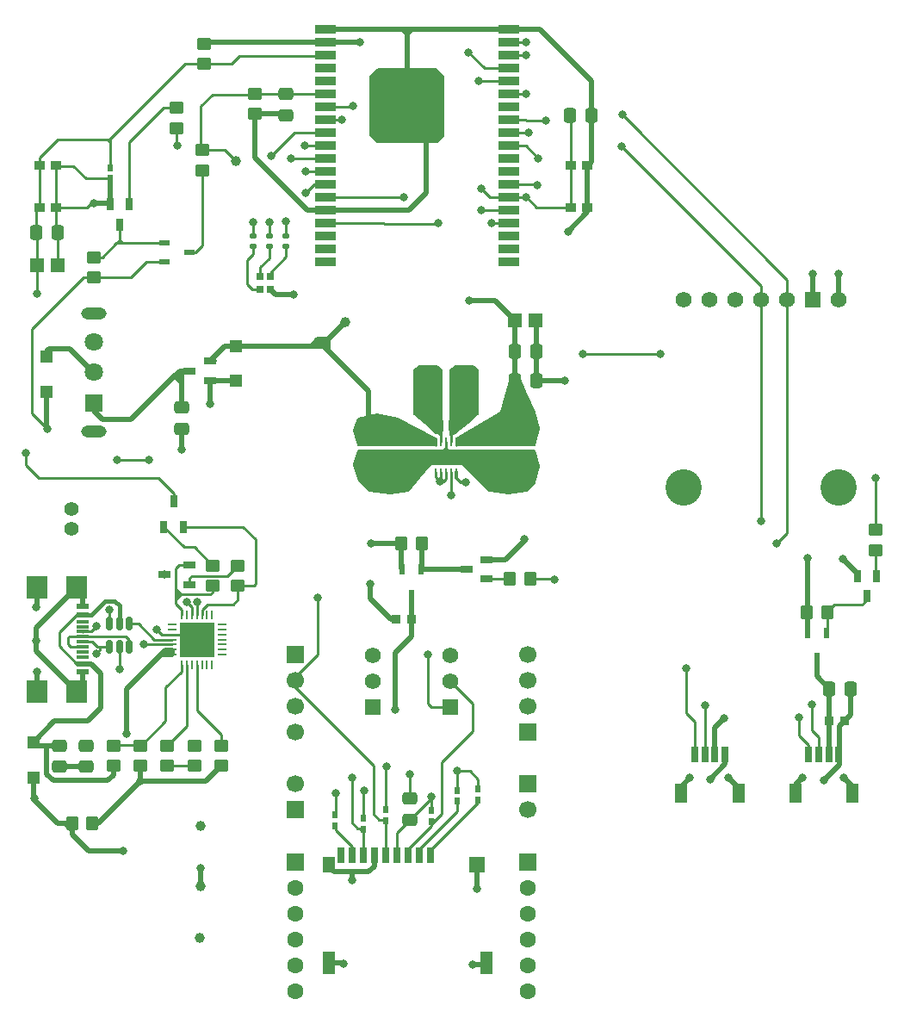
<source format=gbr>
%TF.GenerationSoftware,KiCad,Pcbnew,9.0.1*%
%TF.CreationDate,2025-06-12T19:00:35+02:00*%
%TF.ProjectId,MY-ESP32,4d592d45-5350-4333-922e-6b696361645f,rev?*%
%TF.SameCoordinates,Original*%
%TF.FileFunction,Copper,L1,Top*%
%TF.FilePolarity,Positive*%
%FSLAX46Y46*%
G04 Gerber Fmt 4.6, Leading zero omitted, Abs format (unit mm)*
G04 Created by KiCad (PCBNEW 9.0.1) date 2025-06-12 19:00:35*
%MOMM*%
%LPD*%
G01*
G04 APERTURE LIST*
G04 Aperture macros list*
%AMRoundRect*
0 Rectangle with rounded corners*
0 $1 Rounding radius*
0 $2 $3 $4 $5 $6 $7 $8 $9 X,Y pos of 4 corners*
0 Add a 4 corners polygon primitive as box body*
4,1,4,$2,$3,$4,$5,$6,$7,$8,$9,$2,$3,0*
0 Add four circle primitives for the rounded corners*
1,1,$1+$1,$2,$3*
1,1,$1+$1,$4,$5*
1,1,$1+$1,$6,$7*
1,1,$1+$1,$8,$9*
0 Add four rect primitives between the rounded corners*
20,1,$1+$1,$2,$3,$4,$5,0*
20,1,$1+$1,$4,$5,$6,$7,0*
20,1,$1+$1,$6,$7,$8,$9,0*
20,1,$1+$1,$8,$9,$2,$3,0*%
%AMFreePoly0*
4,1,21,-0.180000,0.885000,0.180000,0.885000,0.180000,1.715000,0.470000,1.715000,0.470000,0.885000,0.760000,0.885000,0.760000,-0.885000,0.470000,-0.885000,0.470000,-1.705000,0.180000,-1.705000,0.180000,-0.885000,-0.180000,-0.885000,-0.180000,-1.705000,-0.470000,-1.705000,-0.470000,-0.885000,-0.760000,-0.885000,-0.760000,0.895000,-0.470000,0.895000,-0.470000,1.715000,-0.180000,1.715000,
-0.180000,0.885000,-0.180000,0.885000,$1*%
G04 Aperture macros list end*
%TA.AperFunction,EtchedComponent*%
%ADD10C,0.200000*%
%TD*%
%TA.AperFunction,SMDPad,CuDef*%
%ADD11R,0.240000X0.850000*%
%TD*%
%TA.AperFunction,SMDPad,CuDef*%
%ADD12R,0.230000X0.800000*%
%TD*%
%TA.AperFunction,ComponentPad*%
%ADD13C,0.500000*%
%TD*%
%TA.AperFunction,SMDPad,CuDef*%
%ADD14FreePoly0,270.000000*%
%TD*%
%TA.AperFunction,SMDPad,CuDef*%
%ADD15R,2.000000X0.900000*%
%TD*%
%TA.AperFunction,SMDPad,CuDef*%
%ADD16R,1.330000X1.330000*%
%TD*%
%TA.AperFunction,SMDPad,CuDef*%
%ADD17C,1.000000*%
%TD*%
%TA.AperFunction,SMDPad,CuDef*%
%ADD18RoundRect,0.250000X0.350000X0.450000X-0.350000X0.450000X-0.350000X-0.450000X0.350000X-0.450000X0*%
%TD*%
%TA.AperFunction,SMDPad,CuDef*%
%ADD19R,0.700000X1.250000*%
%TD*%
%TA.AperFunction,SMDPad,CuDef*%
%ADD20RoundRect,0.250000X-0.475000X0.337500X-0.475000X-0.337500X0.475000X-0.337500X0.475000X0.337500X0*%
%TD*%
%TA.AperFunction,ComponentPad*%
%ADD21C,1.400000*%
%TD*%
%TA.AperFunction,ComponentPad*%
%ADD22R,1.800000X1.800000*%
%TD*%
%TA.AperFunction,ComponentPad*%
%ADD23C,1.600000*%
%TD*%
%TA.AperFunction,SMDPad,CuDef*%
%ADD24R,0.540000X0.790000*%
%TD*%
%TA.AperFunction,ComponentPad*%
%ADD25C,1.800000*%
%TD*%
%TA.AperFunction,ComponentPad*%
%ADD26O,2.500000X1.200000*%
%TD*%
%TA.AperFunction,SMDPad,CuDef*%
%ADD27RoundRect,0.250000X-0.450000X0.350000X-0.450000X-0.350000X0.450000X-0.350000X0.450000X0.350000X0*%
%TD*%
%TA.AperFunction,ComponentPad*%
%ADD28R,1.700000X1.700000*%
%TD*%
%TA.AperFunction,ComponentPad*%
%ADD29C,1.700000*%
%TD*%
%TA.AperFunction,SMDPad,CuDef*%
%ADD30RoundRect,0.135000X0.185000X-0.135000X0.185000X0.135000X-0.185000X0.135000X-0.185000X-0.135000X0*%
%TD*%
%TA.AperFunction,SMDPad,CuDef*%
%ADD31R,0.900000X0.800000*%
%TD*%
%TA.AperFunction,SMDPad,CuDef*%
%ADD32R,1.250000X0.700000*%
%TD*%
%TA.AperFunction,SMDPad,CuDef*%
%ADD33R,1.300000X1.300000*%
%TD*%
%TA.AperFunction,SMDPad,CuDef*%
%ADD34R,0.700000X1.600000*%
%TD*%
%TA.AperFunction,SMDPad,CuDef*%
%ADD35R,1.200000X1.500000*%
%TD*%
%TA.AperFunction,SMDPad,CuDef*%
%ADD36R,1.200000X2.200000*%
%TD*%
%TA.AperFunction,SMDPad,CuDef*%
%ADD37R,1.600000X1.500000*%
%TD*%
%TA.AperFunction,SMDPad,CuDef*%
%ADD38R,0.600000X1.070000*%
%TD*%
%TA.AperFunction,SMDPad,CuDef*%
%ADD39RoundRect,0.250000X0.450000X-0.350000X0.450000X0.350000X-0.450000X0.350000X-0.450000X-0.350000X0*%
%TD*%
%TA.AperFunction,SMDPad,CuDef*%
%ADD40RoundRect,0.250000X-0.337500X-0.475000X0.337500X-0.475000X0.337500X0.475000X-0.337500X0.475000X0*%
%TD*%
%TA.AperFunction,SMDPad,CuDef*%
%ADD41RoundRect,0.062500X-0.337500X-0.062500X0.337500X-0.062500X0.337500X0.062500X-0.337500X0.062500X0*%
%TD*%
%TA.AperFunction,SMDPad,CuDef*%
%ADD42RoundRect,0.062500X-0.062500X-0.337500X0.062500X-0.337500X0.062500X0.337500X-0.062500X0.337500X0*%
%TD*%
%TA.AperFunction,HeatsinkPad*%
%ADD43R,3.350000X3.350000*%
%TD*%
%TA.AperFunction,SMDPad,CuDef*%
%ADD44R,1.410000X1.350000*%
%TD*%
%TA.AperFunction,SMDPad,CuDef*%
%ADD45R,1.070000X0.600000*%
%TD*%
%TA.AperFunction,SMDPad,CuDef*%
%ADD46RoundRect,0.250000X-0.350000X-0.450000X0.350000X-0.450000X0.350000X0.450000X-0.350000X0.450000X0*%
%TD*%
%TA.AperFunction,SMDPad,CuDef*%
%ADD47RoundRect,0.150000X0.150000X-0.512500X0.150000X0.512500X-0.150000X0.512500X-0.150000X-0.512500X0*%
%TD*%
%TA.AperFunction,SMDPad,CuDef*%
%ADD48R,2.124000X3.820000*%
%TD*%
%TA.AperFunction,SMDPad,CuDef*%
%ADD49RoundRect,0.250000X0.475000X-0.337500X0.475000X0.337500X-0.475000X0.337500X-0.475000X-0.337500X0*%
%TD*%
%TA.AperFunction,SMDPad,CuDef*%
%ADD50R,0.750000X0.700000*%
%TD*%
%TA.AperFunction,SMDPad,CuDef*%
%ADD51R,1.000000X0.900000*%
%TD*%
%TA.AperFunction,SMDPad,CuDef*%
%ADD52RoundRect,0.135000X-0.185000X0.135000X-0.185000X-0.135000X0.185000X-0.135000X0.185000X0.135000X0*%
%TD*%
%TA.AperFunction,SMDPad,CuDef*%
%ADD53R,0.806500X0.864000*%
%TD*%
%TA.AperFunction,ComponentPad*%
%ADD54R,1.575000X1.575000*%
%TD*%
%TA.AperFunction,ComponentPad*%
%ADD55C,1.575000*%
%TD*%
%TA.AperFunction,SMDPad,CuDef*%
%ADD56R,0.660400X1.549400*%
%TD*%
%TA.AperFunction,SMDPad,CuDef*%
%ADD57R,1.295400X1.905000*%
%TD*%
%TA.AperFunction,ComponentPad*%
%ADD58C,3.575000*%
%TD*%
%TA.AperFunction,SMDPad,CuDef*%
%ADD59RoundRect,0.250000X0.337500X0.475000X-0.337500X0.475000X-0.337500X-0.475000X0.337500X-0.475000X0*%
%TD*%
%TA.AperFunction,SMDPad,CuDef*%
%ADD60R,1.150000X0.600000*%
%TD*%
%TA.AperFunction,SMDPad,CuDef*%
%ADD61R,1.150000X0.300000*%
%TD*%
%TA.AperFunction,SMDPad,CuDef*%
%ADD62R,2.000000X2.180000*%
%TD*%
%TA.AperFunction,ViaPad*%
%ADD63C,0.800000*%
%TD*%
%TA.AperFunction,Conductor*%
%ADD64C,0.254000*%
%TD*%
%TA.AperFunction,Conductor*%
%ADD65C,0.508000*%
%TD*%
%TA.AperFunction,Conductor*%
%ADD66C,0.355600*%
%TD*%
%TA.AperFunction,Conductor*%
%ADD67C,0.406400*%
%TD*%
%TA.AperFunction,Conductor*%
%ADD68C,0.250000*%
%TD*%
G04 APERTURE END LIST*
D10*
%TO.C,U4*%
X168735600Y-105643500D02*
G75*
G02*
X166735600Y-105643500I-1000000J0D01*
G01*
X166735600Y-105643500D02*
G75*
G02*
X168735600Y-105643500I1000000J0D01*
G01*
%TD*%
D11*
%TO.P,U5,1,VOUT*%
%TO.N,+3V3*%
X130120000Y-101132950D03*
%TO.P,U5,2,L2*%
%TO.N,Net-(U5-L2)*%
X129620000Y-101132950D03*
%TO.P,U5,3,PGND*%
%TO.N,GND*%
X129120000Y-101132950D03*
%TO.P,U5,4,L1*%
%TO.N,Net-(U5-L1)*%
X128620000Y-101132950D03*
%TO.P,U5,5,VIN*%
%TO.N,/Buck-Boost3.3V/Buck-Boost_INPUT*%
X128120000Y-101132950D03*
D12*
%TO.P,U5,6,EN*%
X128120000Y-104132950D03*
%TO.P,U5,7,PS/SYNC*%
X128620000Y-104132950D03*
%TO.P,U5,8,VINA*%
X129120000Y-104132950D03*
%TO.P,U5,9,GND*%
%TO.N,GND*%
X129620000Y-104132950D03*
%TO.P,U5,10,FB*%
%TO.N,+3V3*%
X130120000Y-104132950D03*
D13*
%TO.P,U5,11,PAD*%
%TO.N,GND*%
X129729600Y-102631950D03*
X129120000Y-102632950D03*
D14*
X129115000Y-102632950D03*
D13*
X128510400Y-102632950D03*
%TD*%
D15*
%TO.P,U6,1,GND*%
%TO.N,GND*%
X117297200Y-60553600D03*
%TO.P,U6,2,3V3*%
%TO.N,+3V3*%
X117297200Y-61823600D03*
%TO.P,U6,3,EN*%
%TO.N,ENA*%
X117297200Y-63093600D03*
%TO.P,U6,4,SENSOR_VP*%
%TO.N,unconnected-(U6-SENSOR_VP-Pad4)*%
X117297200Y-64363600D03*
%TO.P,U6,5,SENSOR_VN*%
%TO.N,unconnected-(U6-SENSOR_VN-Pad5)*%
X117297200Y-65633600D03*
%TO.P,U6,6,IO34*%
%TO.N,D34*%
X117297200Y-66903600D03*
%TO.P,U6,7,IO35*%
%TO.N,D35*%
X117297200Y-68173600D03*
%TO.P,U6,8,IO32*%
%TO.N,D32*%
X117297200Y-69443600D03*
%TO.P,U6,9,IO33*%
%TO.N,D33*%
X117297200Y-70713600D03*
%TO.P,U6,10,IO25*%
%TO.N,D25*%
X117297200Y-71983600D03*
%TO.P,U6,11,IO26*%
%TO.N,D26*%
X117297200Y-73253600D03*
%TO.P,U6,12,IO27*%
%TO.N,D27*%
X117297200Y-74523600D03*
%TO.P,U6,13,IO14*%
%TO.N,D14*%
X117297200Y-75793600D03*
%TO.P,U6,14,IO12*%
%TO.N,D12*%
X117297200Y-77063600D03*
%TO.P,U6,15,GND*%
%TO.N,GND*%
X117297200Y-78333600D03*
%TO.P,U6,16,IO13*%
%TO.N,D13*%
X117297200Y-79603600D03*
%TO.P,U6,17,NC*%
%TO.N,unconnected-(U6-NC-Pad17)*%
X117297200Y-80873600D03*
%TO.P,U6,18,NC*%
%TO.N,unconnected-(U6-NC-Pad18)*%
X117297200Y-82143600D03*
%TO.P,U6,19,NC*%
%TO.N,unconnected-(U6-NC-Pad19)*%
X117297200Y-83413600D03*
%TO.P,U6,20,NC*%
%TO.N,unconnected-(U6-NC-Pad20)*%
X135297200Y-83413600D03*
%TO.P,U6,21,NC*%
%TO.N,unconnected-(U6-NC-Pad21)*%
X135297200Y-82143600D03*
%TO.P,U6,22,NC*%
%TO.N,unconnected-(U6-NC-Pad22)*%
X135297200Y-80873600D03*
%TO.P,U6,23,IO15*%
%TO.N,D15*%
X135297200Y-79603600D03*
%TO.P,U6,24,IO2*%
%TO.N,D2*%
X135297200Y-78333600D03*
%TO.P,U6,25,IO0*%
%TO.N,IO0*%
X135297200Y-77063600D03*
%TO.P,U6,26,IO4*%
%TO.N,D4*%
X135297200Y-75793600D03*
%TO.P,U6,27,NC*%
%TO.N,unconnected-(U6-NC-Pad27)*%
X135297200Y-74523600D03*
%TO.P,U6,28,NC*%
%TO.N,unconnected-(U6-NC-Pad28)*%
X135297200Y-73253600D03*
%TO.P,U6,29,IO5*%
%TO.N,D5*%
X135297200Y-71983600D03*
%TO.P,U6,30,IO18*%
%TO.N,D18*%
X135297200Y-70713600D03*
%TO.P,U6,31,IO19*%
%TO.N,D19*%
X135297200Y-69443600D03*
%TO.P,U6,32,NC*%
%TO.N,unconnected-(U6-NC-Pad32)*%
X135297200Y-68173600D03*
%TO.P,U6,33,IO21*%
%TO.N,D21*%
X135297200Y-66903600D03*
%TO.P,U6,34,RXD0*%
%TO.N,RXD0*%
X135297200Y-65633600D03*
%TO.P,U6,35,TXD0*%
%TO.N,TXD0*%
X135297200Y-64363600D03*
%TO.P,U6,36,IO22*%
%TO.N,D22*%
X135297200Y-63093600D03*
%TO.P,U6,37,IO23*%
%TO.N,D23*%
X135297200Y-61823600D03*
%TO.P,U6,38,GND*%
%TO.N,GND*%
X135297200Y-60553600D03*
D13*
%TO.P,U6,39,GND*%
X122517200Y-68973600D03*
X122527200Y-65303600D03*
X122527200Y-70803600D03*
X122537200Y-67133600D03*
D16*
X123462200Y-66218600D03*
X123462200Y-68053600D03*
X123462200Y-69888600D03*
D13*
X124367200Y-68973600D03*
X124377200Y-65303600D03*
X124377200Y-70803600D03*
X124387200Y-67133600D03*
D16*
X125297200Y-66218600D03*
X125297200Y-68053600D03*
X125297200Y-69888600D03*
D13*
X126187200Y-68973600D03*
X126197200Y-65303600D03*
X126197200Y-70803600D03*
X126207200Y-67133600D03*
D16*
X127132200Y-66218600D03*
X127132200Y-68053600D03*
X127132200Y-69888600D03*
D13*
X128037200Y-68973600D03*
X128047200Y-65303600D03*
X128047200Y-70803600D03*
X128057200Y-67133600D03*
%TD*%
D17*
%TO.P,TP1,1,1*%
%TO.N,GND*%
X104919600Y-149860000D03*
%TD*%
D18*
%TO.P,R25,1*%
%TO.N,Net-(Q7-D)*%
X126708900Y-111125000D03*
%TO.P,R25,2*%
%TO.N,+3V3*%
X124708900Y-111125000D03*
%TD*%
D19*
%TO.P,Q1,1,E*%
%TO.N,RTS*%
X103281200Y-109497050D03*
%TO.P,Q1,2,B*%
%TO.N,Net-(Q1-B)*%
X101381200Y-109497050D03*
%TO.P,Q1,3,C*%
%TO.N,ENA*%
X102331200Y-106998050D03*
%TD*%
D20*
%TO.P,C10,1*%
%TO.N,GND*%
X125526800Y-136202600D03*
%TO.P,C10,2*%
%TO.N,/micro_SD-CARD_enable/3V3_Input_to_micro_SD-CARD*%
X125526800Y-138277600D03*
%TD*%
D21*
%TO.P,U2,1,1*%
%TO.N,/Battery_Voltage_Monitor_with_MOSFETS/V_Batt_Monitor_INPUT*%
X92329000Y-107696000D03*
%TO.P,U2,2,2*%
%TO.N,GND*%
X92329000Y-109696000D03*
%TD*%
D22*
%TO.P,H6,1,1*%
%TO.N,GND*%
X114300000Y-142468600D03*
D23*
%TO.P,H6,2,2*%
%TO.N,EXT_5V*%
X114300000Y-145008600D03*
%TO.P,H6,3,3*%
%TO.N,D32*%
X114300000Y-147548600D03*
%TO.P,H6,4,4*%
%TO.N,D35*%
X114300000Y-150088600D03*
%TO.P,H6,5,5*%
%TO.N,GND*%
X114300000Y-152628600D03*
%TO.P,H6,6,6*%
X114300000Y-155168600D03*
%TD*%
D24*
%TO.P,R20,1,1*%
%TO.N,D2*%
X120954800Y-139254400D03*
%TO.P,R20,2,2*%
%TO.N,/micro_SD-CARD_enable/3V3_Input_to_micro_SD-CARD*%
X120954800Y-138164400D03*
%TD*%
D19*
%TO.P,Q3,1,G*%
%TO.N,Net-(Q3-G)*%
X97985600Y-77794800D03*
%TO.P,Q3,2,S*%
%TO.N,GND*%
X96085600Y-77794800D03*
%TO.P,Q3,3,D*%
%TO.N,Net-(Q3-D)*%
X97035600Y-79794800D03*
%TD*%
D24*
%TO.P,R19,1,1*%
%TO.N,D14*%
X123190000Y-138351600D03*
%TO.P,R19,2,2*%
%TO.N,/micro_SD-CARD_enable/3V3_Input_to_micro_SD-CARD*%
X123190000Y-137261600D03*
%TD*%
D20*
%TO.P,C9,1*%
%TO.N,+3V3*%
X93768400Y-130980600D03*
%TO.P,C9,2*%
%TO.N,GND*%
X93768400Y-133055600D03*
%TD*%
D22*
%TO.P,SW3,1,1*%
%TO.N,VBAT*%
X94488000Y-97282000D03*
D25*
%TO.P,SW3,2,2*%
%TO.N,Net-(D2-C)*%
X94488000Y-94282000D03*
%TO.P,SW3,3,3*%
%TO.N,unconnected-(SW3-Pad3)*%
X94488000Y-91282000D03*
D26*
%TO.P,SW3,4,4*%
%TO.N,GND*%
X94488000Y-88482000D03*
%TO.P,SW3,5,5*%
X94488000Y-100082000D03*
%TD*%
D27*
%TO.P,R14,1*%
%TO.N,D34*%
X105156000Y-72424000D03*
%TO.P,R14,2*%
%TO.N,Net-(Q4-D)*%
X105156000Y-74424000D03*
%TD*%
D28*
%TO.P,H3,1,1*%
%TO.N,+3V3*%
X137160000Y-129692400D03*
D29*
%TO.P,H3,2,2*%
%TO.N,GND*%
X137160000Y-127152400D03*
%TO.P,H3,3,3*%
%TO.N,IO0*%
X137160000Y-124612400D03*
%TO.P,H3,4,4*%
%TO.N,GND*%
X137160000Y-122072400D03*
%TD*%
D30*
%TO.P,R10,1,1*%
%TO.N,Net-(LED1-R)*%
X110150000Y-81915000D03*
%TO.P,R10,2,2*%
%TO.N,D33*%
X110150000Y-80895000D03*
%TD*%
D28*
%TO.P,H8,1,1*%
%TO.N,+3V3*%
X137160000Y-134772400D03*
D29*
%TO.P,H8,2,2*%
%TO.N,GND*%
X137160000Y-137312400D03*
%TD*%
D24*
%TO.P,R22,1,1*%
%TO.N,Net-(CARD1-CD{slash}DAT3)*%
X130200400Y-136472000D03*
%TO.P,R22,2,2*%
%TO.N,/micro_SD-CARD_enable/3V3_Input_to_micro_SD-CARD*%
X130200400Y-135382000D03*
%TD*%
D31*
%TO.P,C11,1,1*%
%TO.N,GND*%
X125360000Y-102420000D03*
%TO.P,C11,2,2*%
%TO.N,/Buck-Boost3.3V/Buck-Boost_INPUT*%
X125360000Y-101020000D03*
%TD*%
D32*
%TO.P,Q7,1,G*%
%TO.N,Net-(Q7-G)*%
X133125700Y-114625200D03*
%TO.P,Q7,2,S*%
%TO.N,GND*%
X133125700Y-112725200D03*
%TO.P,Q7,3,D*%
%TO.N,Net-(Q7-D)*%
X131125700Y-113675200D03*
%TD*%
D33*
%TO.P,D2,1,C*%
%TO.N,Net-(D2-C)*%
X89839800Y-92788000D03*
%TO.P,D2,2,A*%
%TO.N,/Battery_Voltage_Monitor_with_MOSFETS/V_Batt_Monitor_INPUT*%
X89839800Y-96188000D03*
%TD*%
D31*
%TO.P,C13,1,1*%
%TO.N,GND*%
X134290000Y-102450000D03*
%TO.P,C13,2,2*%
%TO.N,+3V3*%
X134290000Y-101050000D03*
%TD*%
D34*
%TO.P,CARD1,1,DAT2*%
%TO.N,Net-(CARD1-DAT2)*%
X127570000Y-141740000D03*
%TO.P,CARD1,2,CD/DAT3*%
%TO.N,Net-(CARD1-CD{slash}DAT3)*%
X126470000Y-141740000D03*
%TO.P,CARD1,3,CMD*%
%TO.N,D15*%
X125370000Y-141740000D03*
%TO.P,CARD1,4,VDD*%
%TO.N,/micro_SD-CARD_enable/3V3_Input_to_micro_SD-CARD*%
X124270000Y-141740000D03*
%TO.P,CARD1,5,CLX*%
%TO.N,D14*%
X123170000Y-141740000D03*
%TO.P,CARD1,6,VSS*%
%TO.N,GND*%
X122070000Y-141740000D03*
%TO.P,CARD1,7,DAT0*%
%TO.N,D2*%
X120970000Y-141740000D03*
%TO.P,CARD1,8,DAT1*%
%TO.N,Net-(CARD1-DAT1)*%
X119870000Y-141740000D03*
D35*
%TO.P,CARD1,10,10*%
%TO.N,GND*%
X117570000Y-142740000D03*
D36*
%TO.P,CARD1,11,11*%
X117570000Y-152340000D03*
%TO.P,CARD1,12,12*%
X133070000Y-152340000D03*
D37*
%TO.P,CARD1,13,13*%
X132170000Y-142740000D03*
D34*
%TO.P,CARD1,CD,CD*%
%TO.N,unconnected-(CARD1-PadCD)*%
X118770000Y-141740000D03*
%TD*%
D38*
%TO.P,Q8,1,G*%
%TO.N,Net-(Q7-D)*%
X126699500Y-113690400D03*
%TO.P,Q8,2,S*%
%TO.N,+3V3*%
X124799500Y-113690400D03*
%TO.P,Q8,3,D*%
%TO.N,/micro_SD-CARD_enable/3V3_Input_to_micro_SD-CARD*%
X125749500Y-116160400D03*
%TD*%
D27*
%TO.P,R4,1*%
%TO.N,Net-(U3-VBUS)*%
X99051600Y-131002100D03*
%TO.P,R4,2*%
%TO.N,GND*%
X99051600Y-133002100D03*
%TD*%
D39*
%TO.P,R5,1*%
%TO.N,Net-(R5-Pad1)*%
X104385600Y-133002100D03*
%TO.P,R5,2*%
%TO.N,+3V3*%
X104385600Y-131002100D03*
%TD*%
D24*
%TO.P,R23,1,1*%
%TO.N,Net-(CARD1-DAT1)*%
X118237000Y-138873400D03*
%TO.P,R23,2,2*%
%TO.N,/micro_SD-CARD_enable/3V3_Input_to_micro_SD-CARD*%
X118237000Y-137783400D03*
%TD*%
D40*
%TO.P,C1,1*%
%TO.N,IO0*%
X141352500Y-69059800D03*
%TO.P,C1,2*%
%TO.N,GND*%
X143427500Y-69059800D03*
%TD*%
D31*
%TO.P,R17,1,1*%
%TO.N,GND*%
X136490000Y-102440000D03*
%TO.P,R17,2,2*%
%TO.N,+3V3*%
X136490000Y-101040000D03*
%TD*%
D39*
%TO.P,R9,1*%
%TO.N,RTS*%
X108648500Y-115309350D03*
%TO.P,R9,2*%
%TO.N,Net-(Q2-B)*%
X108648500Y-113309350D03*
%TD*%
D20*
%TO.P,C15,1*%
%TO.N,D34*%
X113411200Y-66966200D03*
%TO.P,C15,2*%
%TO.N,GND*%
X113411200Y-69041200D03*
%TD*%
D41*
%TO.P,U3,1,~{DCD}*%
%TO.N,unconnected-(U3-~{DCD}-Pad1)*%
X102172600Y-119068050D03*
%TO.P,U3,2,~{RI}/CLK*%
%TO.N,unconnected-(U3-~{RI}{slash}CLK-Pad2)*%
X102172600Y-119568050D03*
%TO.P,U3,3,GND*%
%TO.N,GND*%
X102172600Y-120068050D03*
%TO.P,U3,4,D+*%
%TO.N,D+*%
X102172600Y-120568050D03*
%TO.P,U3,5,D-*%
%TO.N,D-*%
X102172600Y-121068050D03*
%TO.P,U3,6,VDD*%
%TO.N,+3V3*%
X102172600Y-121568050D03*
%TO.P,U3,7,VREGIN*%
X102172600Y-122068050D03*
D42*
%TO.P,U3,8,VBUS*%
%TO.N,Net-(U3-VBUS)*%
X103122600Y-123018050D03*
%TO.P,U3,9,~{RST}*%
%TO.N,Net-(U3-~{RST})*%
X103622600Y-123018050D03*
%TO.P,U3,10,NC*%
%TO.N,unconnected-(U3-NC-Pad10)*%
X104122600Y-123018050D03*
%TO.P,U3,11,~{SUSPEND}*%
%TO.N,Net-(U3-~{SUSPEND})*%
X104622600Y-123018050D03*
%TO.P,U3,12,SUSPEND*%
%TO.N,unconnected-(U3-SUSPEND-Pad12)*%
X105122600Y-123018050D03*
%TO.P,U3,13,CHREN*%
%TO.N,unconnected-(U3-CHREN-Pad13)*%
X105622600Y-123018050D03*
%TO.P,U3,14,CHR1*%
%TO.N,unconnected-(U3-CHR1-Pad14)*%
X106122600Y-123018050D03*
D41*
%TO.P,U3,15,CHR0*%
%TO.N,unconnected-(U3-CHR0-Pad15)*%
X107072600Y-122068050D03*
%TO.P,U3,16,~{WAKEUP}/GPIO.3*%
%TO.N,unconnected-(U3-~{WAKEUP}{slash}GPIO.3-Pad16)*%
X107072600Y-121568050D03*
%TO.P,U3,17,RS485/GPIO.2*%
%TO.N,unconnected-(U3-RS485{slash}GPIO.2-Pad17)*%
X107072600Y-121068050D03*
%TO.P,U3,18,~{RXT}/GPIO.1*%
%TO.N,unconnected-(U3-~{RXT}{slash}GPIO.1-Pad18)*%
X107072600Y-120568050D03*
%TO.P,U3,19,~{TXT}/GPIO.0*%
%TO.N,unconnected-(U3-~{TXT}{slash}GPIO.0-Pad19)*%
X107072600Y-120068050D03*
%TO.P,U3,20,GPIO.6*%
%TO.N,unconnected-(U3-GPIO.6-Pad20)*%
X107072600Y-119568050D03*
%TO.P,U3,21,GPIO.5*%
%TO.N,unconnected-(U3-GPIO.5-Pad21)*%
X107072600Y-119068050D03*
D42*
%TO.P,U3,22,GPIO.4*%
%TO.N,unconnected-(U3-GPIO.4-Pad22)*%
X106122600Y-118118050D03*
%TO.P,U3,23,~{CTS}*%
%TO.N,unconnected-(U3-~{CTS}-Pad23)*%
X105622600Y-118118050D03*
%TO.P,U3,24,~{RTS}*%
%TO.N,RTS*%
X105122600Y-118118050D03*
%TO.P,U3,25,RXD*%
%TO.N,TXD0*%
X104622600Y-118118050D03*
%TO.P,U3,26,TXD*%
%TO.N,RXD0*%
X104122600Y-118118050D03*
%TO.P,U3,27,~{DSR}*%
%TO.N,unconnected-(U3-~{DSR}-Pad27)*%
X103622600Y-118118050D03*
%TO.P,U3,28,~{DTR}*%
%TO.N,DTR*%
X103122600Y-118118050D03*
D43*
%TO.P,U3,29,GND*%
%TO.N,GND*%
X104622600Y-120568050D03*
%TD*%
D44*
%TO.P,C3,1,1*%
%TO.N,GND*%
X90906600Y-83748800D03*
%TO.P,C3,2,2*%
%TO.N,ENA*%
X88906600Y-83748800D03*
%TD*%
D45*
%TO.P,Q4,1,G*%
%TO.N,Net-(Q3-D)*%
X101416000Y-81549200D03*
%TO.P,Q4,2,S*%
%TO.N,/Battery_Voltage_Monitor_with_MOSFETS/V_Batt_Monitor_INPUT*%
X101416000Y-83449200D03*
%TO.P,Q4,3,D*%
%TO.N,Net-(Q4-D)*%
X103886000Y-82499200D03*
%TD*%
D28*
%TO.P,H7,1,1*%
%TO.N,EXT_5V*%
X114300000Y-137312400D03*
D29*
%TO.P,H7,2,2*%
%TO.N,GND*%
X114300000Y-134772400D03*
%TD*%
D32*
%TO.P,Q2,1,E*%
%TO.N,DTR*%
X103924100Y-113257750D03*
%TO.P,Q2,2,B*%
%TO.N,Net-(Q2-B)*%
X103924100Y-115157750D03*
%TO.P,Q2,3,C*%
%TO.N,IO0*%
X101425100Y-114207750D03*
%TD*%
D46*
%TO.P,R24,1*%
%TO.N,Net-(Q7-G)*%
X135376900Y-114630200D03*
%TO.P,R24,2*%
%TO.N,D4*%
X137376900Y-114630200D03*
%TD*%
D20*
%TO.P,C5,1*%
%TO.N,VBUS*%
X91126800Y-130976700D03*
%TO.P,C5,2*%
%TO.N,GND*%
X91126800Y-133051700D03*
%TD*%
D47*
%TO.P,U1,1,I/O1*%
%TO.N,DN*%
X96052600Y-121296050D03*
%TO.P,U1,2,GND*%
%TO.N,GND*%
X97002600Y-121296050D03*
%TO.P,U1,3,I/O2*%
%TO.N,DP*%
X97952600Y-121296050D03*
%TO.P,U1,4,I/O2*%
%TO.N,D+*%
X97952600Y-119021050D03*
%TO.P,U1,5,VBUS*%
%TO.N,VBUS*%
X97002600Y-119021050D03*
%TO.P,U1,6,I/O1*%
%TO.N,D-*%
X96052600Y-119021050D03*
%TD*%
D17*
%TO.P,TP2,1,1*%
%TO.N,/Buck-Boost3.3V/Buck-Boost_INPUT*%
X119227600Y-89357200D03*
%TD*%
D48*
%TO.P,L_B-B1,1,1*%
%TO.N,Net-(U5-L1)*%
X127348000Y-96234000D03*
%TO.P,L_B-B1,2,2*%
%TO.N,Net-(U5-L2)*%
X130904000Y-96234000D03*
%TD*%
D40*
%TO.P,C2,1*%
%TO.N,ENA*%
X88853100Y-80573800D03*
%TO.P,C2,2*%
%TO.N,GND*%
X90928100Y-80573800D03*
%TD*%
D49*
%TO.P,C17,1*%
%TO.N,GND*%
X103124000Y-99843500D03*
%TO.P,C17,2*%
%TO.N,VBAT*%
X103124000Y-97768500D03*
%TD*%
D50*
%TO.P,LED1,1,B*%
%TO.N,Net-(LED1-B)*%
X111821000Y-84866000D03*
%TO.P,LED1,2,+*%
%TO.N,+3V3*%
X111821000Y-86106000D03*
%TO.P,LED1,3,G*%
%TO.N,Net-(LED1-G)*%
X110871000Y-84866000D03*
%TO.P,LED1,4,R*%
%TO.N,Net-(LED1-R)*%
X110871000Y-86106000D03*
%TD*%
D51*
%TO.P,SW1,1,1*%
%TO.N,IO0*%
X141440000Y-73969800D03*
%TO.P,SW1,2,2*%
%TO.N,GND*%
X143040000Y-73969800D03*
%TO.P,SW1,3,3*%
%TO.N,IO0*%
X141440000Y-78069800D03*
%TO.P,SW1,4,4*%
%TO.N,GND*%
X143040000Y-78069800D03*
%TD*%
D33*
%TO.P,D1,1,C*%
%TO.N,EXT_5V*%
X88594600Y-134110200D03*
%TO.P,D1,2,A*%
%TO.N,VBUS*%
X88594600Y-130710200D03*
%TD*%
D27*
%TO.P,R13,1*%
%TO.N,Net-(Q3-D)*%
X94525600Y-82974800D03*
%TO.P,R13,2*%
%TO.N,/Battery_Voltage_Monitor_with_MOSFETS/V_Batt_Monitor_INPUT*%
X94525600Y-84974800D03*
%TD*%
D51*
%TO.P,SW2,1,1*%
%TO.N,ENA*%
X89179600Y-73969800D03*
%TO.P,SW2,2,2*%
%TO.N,GND*%
X90779600Y-73969800D03*
%TO.P,SW2,3,3*%
%TO.N,ENA*%
X89179600Y-78069800D03*
%TO.P,SW2,4,4*%
%TO.N,GND*%
X90779600Y-78069800D03*
%TD*%
D52*
%TO.P,R11,1,1*%
%TO.N,D27*%
X113400000Y-80895000D03*
%TO.P,R11,2,2*%
%TO.N,Net-(LED1-B)*%
X113400000Y-81915000D03*
%TD*%
D32*
%TO.P,Q5,1,G*%
%TO.N,EXT_5V*%
X105882925Y-95097600D03*
%TO.P,Q5,2,S*%
%TO.N,/Buck-Boost3.3V/Buck-Boost_INPUT*%
X105882925Y-93197600D03*
%TO.P,Q5,3,D*%
%TO.N,VBAT*%
X103882925Y-94147600D03*
%TD*%
D31*
%TO.P,C14,1,1*%
%TO.N,GND*%
X132070000Y-102440000D03*
%TO.P,C14,2,2*%
%TO.N,+3V3*%
X132070000Y-101040000D03*
%TD*%
D38*
%TO.P,Q9,1,G*%
%TO.N,Net-(Q10-D)*%
X166558000Y-119923000D03*
%TO.P,Q9,2,S*%
%TO.N,+3V3*%
X164658000Y-119923000D03*
%TO.P,Q9,3,D*%
%TO.N,/I2C_Connector_Enable/3V3_Input_to_I2C_Connector*%
X165608000Y-122393000D03*
%TD*%
D53*
%TO.P,R28,1,1*%
%TO.N,GND*%
X168300400Y-128574800D03*
%TO.P,R28,2,2*%
%TO.N,/I2C_Connector_Enable/3V3_Input_to_I2C_Connector*%
X166793400Y-128574800D03*
%TD*%
D54*
%TO.P,H1,1,1*%
%TO.N,D12*%
X129540000Y-127203200D03*
D55*
%TO.P,H1,2,2*%
%TO.N,D15*%
X129540000Y-124663200D03*
%TO.P,H1,3,3*%
%TO.N,D2*%
X129540000Y-122123200D03*
%TD*%
D39*
%TO.P,R8,1*%
%TO.N,DTR*%
X106159300Y-115293350D03*
%TO.P,R8,2*%
%TO.N,Net-(Q1-B)*%
X106159300Y-113293350D03*
%TD*%
D40*
%TO.P,C7,1*%
%TO.N,+3V3*%
X135898000Y-92231400D03*
%TO.P,C7,2*%
%TO.N,GND*%
X137973000Y-92231400D03*
%TD*%
%TO.P,C8,1*%
%TO.N,+3V3*%
X135898000Y-95127000D03*
%TO.P,C8,2*%
%TO.N,GND*%
X137973000Y-95127000D03*
%TD*%
D39*
%TO.P,R26,1*%
%TO.N,Net-(Q10-G)*%
X171384000Y-111760000D03*
%TO.P,R26,2*%
%TO.N,D5*%
X171384000Y-109760000D03*
%TD*%
D28*
%TO.P,H4,1,1*%
%TO.N,+3V3*%
X114300000Y-122072400D03*
D29*
%TO.P,H4,2,2*%
%TO.N,D14*%
X114300000Y-124612400D03*
%TO.P,H4,3,3*%
%TO.N,+3V3*%
X114300000Y-127152400D03*
%TO.P,H4,4,4*%
%TO.N,GND*%
X114300000Y-129692400D03*
%TD*%
D39*
%TO.P,R3,1*%
%TO.N,VBUS*%
X96410000Y-132983300D03*
%TO.P,R3,2*%
%TO.N,Net-(U3-VBUS)*%
X96410000Y-130983300D03*
%TD*%
D56*
%TO.P,J2,1,SCL*%
%TO.N,D22*%
X153575001Y-131826000D03*
%TO.P,J2,2,SDA*%
%TO.N,D21*%
X154575002Y-131826000D03*
%TO.P,J2,3,3V3*%
%TO.N,+3V3*%
X155575000Y-131826000D03*
%TO.P,J2,4,GND*%
%TO.N,GND*%
X156575001Y-131826000D03*
D57*
%TO.P,J2,5,5*%
X157875000Y-135701001D03*
%TO.P,J2,6,6*%
X152275002Y-135701001D03*
%TD*%
D27*
%TO.P,R16,1*%
%TO.N,Net-(Q3-G)*%
X102646000Y-68314000D03*
%TO.P,R16,2*%
%TO.N,D25*%
X102646000Y-70314000D03*
%TD*%
D39*
%TO.P,R2,1*%
%TO.N,ENA*%
X105308600Y-63996000D03*
%TO.P,R2,2*%
%TO.N,+3V3*%
X105308600Y-61996000D03*
%TD*%
D17*
%TO.P,TP3,1,1*%
%TO.N,+3V3*%
X104970400Y-138926200D03*
%TD*%
%TO.P,TP5,1,1*%
%TO.N,EXT_5V*%
X104970400Y-144780000D03*
%TD*%
D56*
%TO.P,J1,1,SCL*%
%TO.N,D22*%
X164767000Y-131826000D03*
%TO.P,J1,2,SDA*%
%TO.N,D21*%
X165767001Y-131826000D03*
%TO.P,J1,3,3V3*%
%TO.N,/I2C_Connector_Enable/3V3_Input_to_I2C_Connector*%
X166766999Y-131826000D03*
%TO.P,J1,4,GND*%
%TO.N,GND*%
X167767000Y-131826000D03*
D57*
%TO.P,J1,5,5*%
X169066999Y-135701001D03*
%TO.P,J1,6,6*%
X163467001Y-135701001D03*
%TD*%
D58*
%TO.P,U4,*%
%TO.N,*%
X167735600Y-105643500D03*
X152501600Y-105643500D03*
D55*
%TO.P,U4,1,VCC*%
%TO.N,+3V3*%
X167741600Y-87126000D03*
D54*
%TO.P,U4,2,GND*%
%TO.N,GND*%
X165201600Y-87125000D03*
D55*
%TO.P,U4,3,SCL*%
%TO.N,D22*%
X162661600Y-87124000D03*
%TO.P,U4,4,SDA*%
%TO.N,D21*%
X160121600Y-87123000D03*
%TO.P,U4,5,INT*%
%TO.N,unconnected-(U4-INT-Pad5)*%
X157581600Y-87122000D03*
%TO.P,U4,6,RST*%
%TO.N,unconnected-(U4-RST-Pad6)*%
X155041600Y-87121000D03*
%TO.P,U4,7,32K*%
%TO.N,unconnected-(U4-32K-Pad7)*%
X152501600Y-87120000D03*
%TD*%
D24*
%TO.P,C6,1,1*%
%TO.N,GND*%
X96130600Y-75264800D03*
%TO.P,C6,2,2*%
%TO.N,ENA*%
X96130600Y-74174800D03*
%TD*%
D17*
%TO.P,TP4,1,1*%
%TO.N,D34*%
X108480000Y-73530000D03*
%TD*%
D53*
%TO.P,R27,1,1*%
%TO.N,GND*%
X124197600Y-118541800D03*
%TO.P,R27,2,2*%
%TO.N,/micro_SD-CARD_enable/3V3_Input_to_micro_SD-CARD*%
X125704600Y-118541800D03*
%TD*%
D27*
%TO.P,R6,1*%
%TO.N,Net-(U3-~{RST})*%
X101693200Y-131002100D03*
%TO.P,R6,2*%
%TO.N,Net-(R5-Pad1)*%
X101693200Y-133002100D03*
%TD*%
D39*
%TO.P,R7,1*%
%TO.N,GND*%
X107027200Y-133002100D03*
%TO.P,R7,2*%
%TO.N,Net-(U3-~{SUSPEND})*%
X107027200Y-131002100D03*
%TD*%
D44*
%TO.P,C4,1,1*%
%TO.N,GND*%
X137898000Y-89183400D03*
%TO.P,C4,2,2*%
%TO.N,+3V3*%
X135898000Y-89183400D03*
%TD*%
D39*
%TO.P,R15,1*%
%TO.N,GND*%
X110286000Y-68904000D03*
%TO.P,R15,2*%
%TO.N,D34*%
X110286000Y-66904000D03*
%TD*%
D19*
%TO.P,Q10,1,G*%
%TO.N,Net-(Q10-G)*%
X171450000Y-114316000D03*
%TO.P,Q10,2,S*%
%TO.N,GND*%
X169550000Y-114316000D03*
%TO.P,Q10,3,D*%
%TO.N,Net-(Q10-D)*%
X170500000Y-116316000D03*
%TD*%
D24*
%TO.P,R21,1,1*%
%TO.N,Net-(CARD1-DAT2)*%
X132283200Y-136319600D03*
%TO.P,R21,2,2*%
%TO.N,/micro_SD-CARD_enable/3V3_Input_to_micro_SD-CARD*%
X132283200Y-135229600D03*
%TD*%
D22*
%TO.P,H5,1,1*%
%TO.N,GND*%
X137160000Y-142468600D03*
D23*
%TO.P,H5,2,2*%
%TO.N,D18*%
X137160000Y-145008600D03*
%TO.P,H5,3,3*%
%TO.N,D19*%
X137160000Y-147548600D03*
%TO.P,H5,4,4*%
%TO.N,+3V3*%
X137160000Y-150088600D03*
%TO.P,H5,5,5*%
%TO.N,GND*%
X137160000Y-152628600D03*
%TO.P,H5,6,6*%
%TO.N,D23*%
X137160000Y-155168600D03*
%TD*%
D54*
%TO.P,H2,1,1*%
%TO.N,GND*%
X121920000Y-127203200D03*
D55*
%TO.P,H2,2,2*%
%TO.N,+3V3*%
X121920000Y-124663200D03*
%TO.P,H2,3,3*%
%TO.N,D13*%
X121920000Y-122123200D03*
%TD*%
D24*
%TO.P,R18,1,1*%
%TO.N,D15*%
X127660400Y-138453200D03*
%TO.P,R18,2,2*%
%TO.N,/micro_SD-CARD_enable/3V3_Input_to_micro_SD-CARD*%
X127660400Y-137363200D03*
%TD*%
D59*
%TO.P,C16,1*%
%TO.N,GND*%
X168884600Y-125399800D03*
%TO.P,C16,2*%
%TO.N,/I2C_Connector_Enable/3V3_Input_to_I2C_Connector*%
X166809600Y-125399800D03*
%TD*%
D33*
%TO.P,D3,1,C*%
%TO.N,/Buck-Boost3.3V/Buck-Boost_INPUT*%
X108458000Y-91723000D03*
%TO.P,D3,2,A*%
%TO.N,EXT_5V*%
X108458000Y-95123000D03*
%TD*%
D18*
%TO.P,R1,1*%
%TO.N,GND*%
X94335800Y-138644700D03*
%TO.P,R1,2*%
%TO.N,EXT_5V*%
X92335800Y-138644700D03*
%TD*%
D52*
%TO.P,R12,1,1*%
%TO.N,D26*%
X111760000Y-80895000D03*
%TO.P,R12,2,2*%
%TO.N,Net-(LED1-G)*%
X111760000Y-81915000D03*
%TD*%
D60*
%TO.P,U7,A1/B12,GND*%
%TO.N,GND*%
X93379600Y-117343800D03*
%TO.P,U7,A4/B9,VBUS*%
%TO.N,VBUS*%
X93379600Y-118143800D03*
D61*
%TO.P,U7,A5,CC1*%
%TO.N,unconnected-(U7-CC1-PadA5)*%
X93379600Y-119293800D03*
%TO.P,U7,A6,DP1*%
%TO.N,DP*%
X93379600Y-120293800D03*
%TO.P,U7,A7,DN1*%
%TO.N,DN*%
X93379600Y-120793800D03*
%TO.P,U7,A8,SBU1*%
%TO.N,unconnected-(U7-SBU1-PadA8)*%
X93379600Y-121793800D03*
D60*
%TO.P,U7,B1/A12,GND*%
%TO.N,GND*%
X93379600Y-123743800D03*
%TO.P,U7,B4/A9,VBUS*%
%TO.N,VBUS*%
X93379600Y-122943800D03*
D61*
%TO.P,U7,B5,CC2*%
%TO.N,unconnected-(U7-CC2-PadB5)*%
X93379600Y-122293800D03*
%TO.P,U7,B6,DP2*%
%TO.N,DP*%
X93379600Y-121293800D03*
%TO.P,U7,B7,DN2*%
%TO.N,DN*%
X93379600Y-119793800D03*
%TO.P,U7,B8,SBU2*%
%TO.N,unconnected-(U7-SBU2-PadB8)*%
X93379600Y-118793800D03*
D62*
%TO.P,U7,S1,GND*%
%TO.N,GND*%
X92804600Y-115433800D03*
%TO.P,U7,S2,GND*%
X92804600Y-125653800D03*
%TO.P,U7,S3,GND*%
X88874600Y-115433800D03*
%TO.P,U7,S4,GND*%
X88874600Y-125653800D03*
%TD*%
D18*
%TO.P,R29,1*%
%TO.N,Net-(Q10-D)*%
X166608000Y-117856000D03*
%TO.P,R29,2*%
%TO.N,+3V3*%
X164608000Y-117856000D03*
%TD*%
D20*
%TO.P,C12,1*%
%TO.N,/Buck-Boost3.3V/Buck-Boost_INPUT*%
X122946000Y-100686500D03*
%TO.P,C12,2*%
%TO.N,GND*%
X122946000Y-102761500D03*
%TD*%
D63*
%TO.N,GND*%
X99051600Y-134532000D03*
X120954800Y-103301800D03*
X165201600Y-84582000D03*
X153111200Y-134162800D03*
X132181600Y-145101900D03*
X166293800Y-134366000D03*
X156895800Y-134188200D03*
X125526800Y-133773500D03*
X164185600Y-134137400D03*
X141122400Y-80467200D03*
X103124000Y-101854000D03*
X88823800Y-120700800D03*
X119913400Y-144212900D03*
X140817600Y-95127000D03*
X168198800Y-134137400D03*
X129622000Y-106405000D03*
X97010000Y-123510000D03*
X88849200Y-117348000D03*
X104919600Y-149860000D03*
X168148000Y-112649000D03*
X100685600Y-119546750D03*
X155092400Y-134315200D03*
X136804400Y-104546400D03*
X122758200Y-105079800D03*
X88874600Y-123698000D03*
X93764500Y-133051700D03*
X119024400Y-152467900D03*
X121666000Y-115062000D03*
X94469800Y-77649200D03*
X136855200Y-110693200D03*
X131724400Y-152518700D03*
X134391400Y-104978200D03*
%TO.N,IO0*%
X101425100Y-114207750D03*
X132600700Y-76263500D03*
X137007600Y-77114400D03*
%TO.N,ENA*%
X88900000Y-86593600D03*
X87782400Y-102209600D03*
%TO.N,+3V3*%
X121721100Y-111099600D03*
X120629027Y-61878400D03*
X114096800Y-86614000D03*
X167741600Y-84582000D03*
X104385600Y-131002100D03*
X156464000Y-128346200D03*
X104970400Y-138926200D03*
X164658000Y-112522000D03*
X131092000Y-105109200D03*
X131369000Y-87253000D03*
X97739200Y-129844800D03*
X136332000Y-98655000D03*
X93768400Y-130980600D03*
%TO.N,D15*%
X133630000Y-79660000D03*
%TO.N,D2*%
X119874600Y-134134500D03*
X132560000Y-78388400D03*
%TO.N,D14*%
X115350000Y-76657200D03*
X116510000Y-116452400D03*
%TO.N,/Battery_Voltage_Monitor_with_MOSFETS/V_Batt_Monitor_INPUT*%
X89916000Y-99872800D03*
%TO.N,EXT_5V*%
X97409000Y-141351000D03*
X105882925Y-97434400D03*
X88650300Y-136171000D03*
X104970400Y-143000000D03*
%TO.N,D12*%
X124990000Y-77090000D03*
X127355600Y-122072400D03*
%TO.N,D13*%
X128390000Y-79640000D03*
%TO.N,D4*%
X138120000Y-75860000D03*
X139827000Y-114655600D03*
%TO.N,D26*%
X111760000Y-79502000D03*
X113870000Y-73300000D03*
%TO.N,D27*%
X113400000Y-79465600D03*
X115320000Y-74540000D03*
%TO.N,D22*%
X152781000Y-123367800D03*
X136960000Y-63140000D03*
X163830000Y-128219200D03*
X161594800Y-111150400D03*
X146456400Y-68986400D03*
%TO.N,D23*%
X136998400Y-61878400D03*
%TO.N,D21*%
X160147000Y-108915200D03*
X165125400Y-126949200D03*
X154609800Y-127076200D03*
X146367500Y-72072500D03*
X136990000Y-66960000D03*
%TO.N,D5*%
X150241000Y-92456000D03*
X138214100Y-73266300D03*
X142621000Y-92456000D03*
X171384000Y-104658200D03*
%TO.N,D19*%
X138938000Y-69510000D03*
%TO.N,D18*%
X137287000Y-70768400D03*
%TO.N,D33*%
X110185200Y-79502000D03*
X111928700Y-73041300D03*
%TO.N,D35*%
X119964200Y-68122800D03*
%TO.N,D32*%
X118890000Y-69500000D03*
%TO.N,DN*%
X94716600Y-121942050D03*
X94716600Y-119275050D03*
%TO.N,/micro_SD-CARD_enable/3V3_Input_to_micro_SD-CARD*%
X130204600Y-133484500D03*
X118259600Y-135649500D03*
X124155200Y-127431800D03*
X127660400Y-136053400D03*
X123240800Y-133011500D03*
X121056400Y-135399100D03*
%TO.N,D25*%
X102692400Y-72038400D03*
X115240000Y-72038400D03*
%TO.N,D-*%
X99415600Y-121053050D03*
X96046549Y-117665250D03*
%TO.N,TXD0*%
X131343600Y-62869000D03*
X104634733Y-116865150D03*
X99949000Y-102946200D03*
X96799400Y-102946200D03*
%TO.N,RXD0*%
X103606600Y-116865150D03*
X132378400Y-65695000D03*
%TO.N,/Buck-Boost3.3V/Buck-Boost_INPUT*%
X121488400Y-100638800D03*
X128550575Y-105064560D03*
%TD*%
D64*
%TO.N,D34*%
X117298200Y-66966200D02*
X117306000Y-66958400D01*
X113411200Y-66966200D02*
X117298200Y-66966200D01*
%TO.N,ENA*%
X117297200Y-63139600D02*
X117306000Y-63148400D01*
X108788400Y-63199200D02*
X117191600Y-63199200D01*
X108026400Y-63961200D02*
X108788400Y-63199200D01*
X105343400Y-63961200D02*
X108026400Y-63961200D01*
X117191600Y-63199200D02*
X117297200Y-63093600D01*
X117297200Y-63093600D02*
X117297200Y-63139600D01*
X105308600Y-63996000D02*
X105343400Y-63961200D01*
D65*
%TO.N,+3V3*%
X117352000Y-61878400D02*
X120629027Y-61878400D01*
X117297200Y-61823600D02*
X117352000Y-61878400D01*
X117242400Y-61878400D02*
X117297200Y-61823600D01*
X105426200Y-61878400D02*
X117242400Y-61878400D01*
X105308600Y-61996000D02*
X105426200Y-61878400D01*
%TO.N,GND*%
X117352000Y-60608400D02*
X124866600Y-60608400D01*
X117297200Y-60553600D02*
X117352000Y-60608400D01*
D64*
X90779600Y-80425300D02*
X90928100Y-80573800D01*
D65*
X135005300Y-112725200D02*
X133125700Y-112725200D01*
X118896500Y-152340000D02*
X119024400Y-152467900D01*
X167776401Y-131816599D02*
X167776401Y-129098799D01*
X132150000Y-142510000D02*
X132170000Y-142530000D01*
X88865400Y-117331800D02*
X88849200Y-117348000D01*
X117558800Y-143216200D02*
X117573600Y-143231000D01*
X92788200Y-125653800D02*
X92804600Y-125653800D01*
D64*
X94469800Y-77649200D02*
X94206200Y-77649200D01*
X129622000Y-105765000D02*
X129622200Y-105764800D01*
D65*
X132170000Y-142530000D02*
X132170000Y-142740000D01*
D64*
X110286000Y-68964000D02*
X110286000Y-68904000D01*
X90834600Y-74024800D02*
X92450600Y-74024800D01*
D65*
X96130600Y-75264800D02*
X96130600Y-77749800D01*
X135221600Y-60608400D02*
X135251000Y-60579000D01*
X143427500Y-73582300D02*
X143040000Y-73969800D01*
X125306000Y-61751400D02*
X125306000Y-60651600D01*
D64*
X90790600Y-78124800D02*
X90790600Y-73980800D01*
D65*
X132909200Y-152500800D02*
X131742300Y-152500800D01*
D64*
X90928100Y-80573800D02*
X90928100Y-83727300D01*
D65*
X167776401Y-129098799D02*
X168300400Y-128574800D01*
X122070000Y-141740000D02*
X122073600Y-141743600D01*
D64*
X97002600Y-123502600D02*
X97010000Y-123510000D01*
X125526800Y-136202600D02*
X125526800Y-133773500D01*
D65*
X125306000Y-61047800D02*
X124866600Y-60608400D01*
D64*
X104122600Y-120068050D02*
X104622600Y-120568050D01*
D65*
X143040000Y-78069800D02*
X143040000Y-78549600D01*
X117573600Y-152500800D02*
X117734400Y-152340000D01*
X132173600Y-145093900D02*
X132181600Y-145101900D01*
X119913400Y-143400100D02*
X119913400Y-144212900D01*
X168884600Y-125399800D02*
X168884600Y-127990600D01*
X125306000Y-61751400D02*
X125306000Y-66984000D01*
X167767000Y-131826000D02*
X167776401Y-131816599D01*
X138383200Y-60608400D02*
X143427500Y-65652700D01*
X136855200Y-110875300D02*
X135005300Y-112725200D01*
X133070000Y-152340000D02*
X132909200Y-152500800D01*
X122073600Y-141743600D02*
X122073600Y-142865500D01*
X110286000Y-73156000D02*
X115518400Y-78388400D01*
X127141000Y-69809000D02*
X126821000Y-69489000D01*
X135280400Y-60608400D02*
X138383200Y-60608400D01*
X163476402Y-134846598D02*
X163476402Y-135712200D01*
X121666000Y-116535200D02*
X123672600Y-118541800D01*
X156591000Y-131841999D02*
X156591000Y-132816600D01*
X113274000Y-68904000D02*
X113411200Y-69041200D01*
X125306000Y-61751400D02*
X125306000Y-61047800D01*
X133070000Y-152524000D02*
X133070000Y-152340000D01*
X143427500Y-69059800D02*
X143427500Y-73582300D01*
X88865400Y-115441000D02*
X88865400Y-117331800D01*
X127141000Y-76675000D02*
X127141000Y-69809000D01*
D64*
X129622200Y-103125000D02*
X129117200Y-102620000D01*
D65*
X125306000Y-61058000D02*
X125755600Y-60608400D01*
X165201600Y-84582000D02*
X165201600Y-87125000D01*
D64*
X128600400Y-102565000D02*
X128600400Y-102594600D01*
X93690600Y-75264800D02*
X96130600Y-75264800D01*
D65*
X117570000Y-142740000D02*
X117558800Y-142751200D01*
X125306000Y-61751400D02*
X125306000Y-61058000D01*
X88823800Y-121689400D02*
X92788200Y-125653800D01*
X125349200Y-60608400D02*
X125755600Y-60608400D01*
X137973000Y-89258400D02*
X137973000Y-92231400D01*
X123672600Y-118541800D02*
X124197600Y-118541800D01*
D64*
X90779600Y-73969800D02*
X90834600Y-74024800D01*
D65*
X93768400Y-133055600D02*
X93764500Y-133051700D01*
D64*
X93785600Y-78069800D02*
X90779600Y-78069800D01*
D65*
X99051600Y-134532000D02*
X99051600Y-133002100D01*
X115518400Y-78388400D02*
X125450800Y-78388400D01*
X117573600Y-152831000D02*
X117573600Y-152947500D01*
X133058800Y-152535200D02*
X133070000Y-152524000D01*
X93370400Y-117309200D02*
X93370400Y-116016000D01*
D66*
X129117200Y-102620000D02*
X129123300Y-102613900D01*
D65*
X94476233Y-77642767D02*
X94469800Y-77649200D01*
X137973000Y-95127000D02*
X137973000Y-92231400D01*
X169550000Y-114316000D02*
X169550000Y-114051000D01*
X132170000Y-142740000D02*
X132173600Y-142743600D01*
X91126800Y-133051700D02*
X93764500Y-133051700D01*
X96130600Y-77749800D02*
X96085600Y-77794800D01*
X88823800Y-120700800D02*
X88823800Y-121689400D01*
X121666000Y-115062000D02*
X121666000Y-116535200D01*
X164185600Y-134137400D02*
X163476402Y-134846598D01*
X110286000Y-68904000D02*
X110312400Y-68930400D01*
D64*
X129622200Y-105764800D02*
X129622200Y-104082000D01*
D65*
X143040000Y-78549600D02*
X141122400Y-80467200D01*
X117570000Y-142897200D02*
X117570000Y-142740000D01*
X156895800Y-134188200D02*
X157890999Y-135183399D01*
X93370400Y-123753000D02*
X93379600Y-123743800D01*
X121539000Y-143400100D02*
X119913400Y-143400100D01*
X125450800Y-78388400D02*
X125450800Y-78365200D01*
X92795400Y-115441000D02*
X88823800Y-119412600D01*
X135251000Y-60579000D02*
X135280400Y-60608400D01*
X131742300Y-152500800D02*
X131724400Y-152518700D01*
X110286000Y-68904000D02*
X110286000Y-73156000D01*
D64*
X90914200Y-78248400D02*
X90790600Y-78124800D01*
D66*
X129718000Y-102620000D02*
X129616000Y-102722000D01*
D64*
X90790600Y-73980800D02*
X90779600Y-73969800D01*
X110363200Y-69041200D02*
X110286000Y-68964000D01*
D65*
X125450800Y-78365200D02*
X127141000Y-76675000D01*
X94335800Y-138644700D02*
X94938900Y-138644700D01*
X118072900Y-143400100D02*
X117570000Y-142897200D01*
X156575001Y-131826000D02*
X156591000Y-131841999D01*
D64*
X90928100Y-83727300D02*
X90906600Y-83748800D01*
D65*
X143427500Y-65652700D02*
X143427500Y-69059800D01*
D64*
X92450600Y-74024800D02*
X93690600Y-75264800D01*
D65*
X168884600Y-127990600D02*
X168300400Y-128574800D01*
X93370400Y-116016000D02*
X92795400Y-115441000D01*
X153111200Y-134162800D02*
X152291001Y-134982999D01*
X99051600Y-134532000D02*
X105497300Y-134532000D01*
X157890999Y-135183399D02*
X157890999Y-135709199D01*
X105497300Y-134532000D02*
X107027200Y-133002100D01*
X166293800Y-134366000D02*
X167776401Y-132883399D01*
X94938900Y-138644700D02*
X99051600Y-134532000D01*
D64*
X97002600Y-121296050D02*
X97002600Y-123502600D01*
X129622200Y-104082000D02*
X129624200Y-104080000D01*
D65*
X167776401Y-132883399D02*
X167776401Y-131835401D01*
D64*
X101206900Y-120068050D02*
X102172600Y-120068050D01*
D65*
X92804600Y-125653800D02*
X92804600Y-125651800D01*
X93370400Y-125086000D02*
X93370400Y-123753000D01*
X88874600Y-125651800D02*
X88874600Y-123698000D01*
X117734400Y-152340000D02*
X118896500Y-152340000D01*
X92804600Y-125651800D02*
X93370400Y-125086000D01*
X103124000Y-99843500D02*
X103124000Y-101854000D01*
X122073600Y-142865500D02*
X121539000Y-143400100D01*
X156591000Y-132816600D02*
X155092400Y-134315200D01*
D64*
X129622000Y-106405000D02*
X129622000Y-105765000D01*
X100685600Y-119546750D02*
X101206900Y-120068050D01*
D65*
X125349200Y-60608400D02*
X125306000Y-60651600D01*
X132158800Y-142935200D02*
X132150000Y-142926400D01*
X167776401Y-131835401D02*
X167767000Y-131826000D01*
D64*
X90779600Y-78069800D02*
X90779600Y-80425300D01*
D65*
X132150000Y-142926400D02*
X132150000Y-142510000D01*
D64*
X102172600Y-120068050D02*
X104122600Y-120068050D01*
X129117200Y-102077800D02*
X129087600Y-102077800D01*
D65*
X110286000Y-68904000D02*
X111760000Y-68904000D01*
X111760000Y-68904000D02*
X113274000Y-68904000D01*
X137973000Y-95127000D02*
X140817600Y-95127000D01*
X136855200Y-110693200D02*
X136855200Y-110875300D01*
D64*
X129122200Y-101120000D02*
X129122200Y-102615000D01*
D65*
X96085600Y-77794800D02*
X95933567Y-77642767D01*
X119913400Y-143400100D02*
X118072900Y-143400100D01*
D64*
X114300000Y-129675500D02*
X114300000Y-129692400D01*
X129122200Y-102615000D02*
X129117200Y-102620000D01*
D65*
X88865400Y-125661000D02*
X88874600Y-125651800D01*
X88823800Y-119412600D02*
X88823800Y-120700800D01*
X143040000Y-73969800D02*
X143040000Y-78069800D01*
X132173600Y-142743600D02*
X132173600Y-145093900D01*
X169076400Y-135015000D02*
X169076400Y-135712200D01*
X169550000Y-114051000D02*
X168148000Y-112649000D01*
D66*
X129616400Y-103119200D02*
X129628400Y-103131200D01*
D65*
X152291001Y-134982999D02*
X152291001Y-135709199D01*
X168198800Y-134137400D02*
X169076400Y-135015000D01*
X93405000Y-117343800D02*
X93370400Y-117309200D01*
X125755600Y-60608400D02*
X135221600Y-60608400D01*
X124866600Y-60608400D02*
X125349200Y-60608400D01*
D64*
X94206200Y-77649200D02*
X93785600Y-78069800D01*
D65*
X95933567Y-77642767D02*
X94476233Y-77642767D01*
X117558800Y-142751200D02*
X117558800Y-143216200D01*
D64*
%TO.N,IO0*%
X137058400Y-77114400D02*
X138013800Y-78069800D01*
X132600700Y-76263500D02*
X133455600Y-77118400D01*
X133455600Y-77118400D02*
X135306000Y-77118400D01*
X141440000Y-69147300D02*
X141352500Y-69059800D01*
X141440000Y-73969800D02*
X141440000Y-69147300D01*
X137003600Y-77118400D02*
X137007600Y-77114400D01*
X141440000Y-78069800D02*
X141440000Y-73969800D01*
X135306000Y-77118400D02*
X137003600Y-77118400D01*
X138013800Y-78069800D02*
X141440000Y-78069800D01*
X137007600Y-77114400D02*
X137058400Y-77114400D01*
%TO.N,ENA*%
X105431200Y-63961200D02*
X105435600Y-63965600D01*
X96130600Y-74174800D02*
X96130600Y-72854800D01*
X89179600Y-74013800D02*
X89179600Y-73202600D01*
X88900000Y-86593600D02*
X88906600Y-86587000D01*
X88914200Y-83772400D02*
X88906600Y-83764800D01*
X96130600Y-72090000D02*
X96130600Y-72854800D01*
X89103200Y-104724200D02*
X100807350Y-104724200D01*
X105396400Y-63996000D02*
X105431200Y-63961200D01*
X89190600Y-74024800D02*
X89179600Y-74013800D01*
X95660000Y-71440000D02*
X96030000Y-71440000D01*
X100807350Y-104724200D02*
X102331200Y-106248050D01*
X96030000Y-71440000D02*
X96130600Y-71339400D01*
X102331200Y-106248050D02*
X102331200Y-106998050D01*
X87782400Y-102209600D02*
X87782400Y-103403400D01*
X95660000Y-71440000D02*
X95850600Y-71440000D01*
X88853100Y-78462300D02*
X89190600Y-78124800D01*
X88906600Y-86587000D02*
X88906600Y-83748800D01*
X88906600Y-83764800D02*
X88906600Y-80500300D01*
X88853100Y-80446800D02*
X88853100Y-80636700D01*
X96130600Y-71339400D02*
X96130600Y-71720000D01*
X88915400Y-80289800D02*
X88914000Y-80288400D01*
X87782400Y-103403400D02*
X89103200Y-104724200D01*
X89179600Y-73202600D02*
X90942200Y-71440000D01*
X88914000Y-80697600D02*
X88915400Y-80699000D01*
X88915400Y-80699000D02*
X88915400Y-80289800D01*
X89190600Y-78124800D02*
X89190600Y-74024800D01*
X105308600Y-63996000D02*
X103474000Y-63996000D01*
X95850600Y-71440000D02*
X96130600Y-71720000D01*
X88906600Y-80500300D02*
X88853100Y-80446800D01*
X96130600Y-71720000D02*
X96130600Y-72090000D01*
X88853100Y-80636700D02*
X88915400Y-80699000D01*
X90942200Y-71440000D02*
X95660000Y-71440000D01*
X88915400Y-80699000D02*
X88923600Y-80707200D01*
X103474000Y-63996000D02*
X96130600Y-71339400D01*
X88853100Y-80636700D02*
X88853100Y-78462300D01*
D65*
%TO.N,+3V3*%
X112329000Y-86614000D02*
X111821000Y-86106000D01*
D64*
X130122200Y-100793400D02*
X130122200Y-101078000D01*
D65*
X135878600Y-95146400D02*
X135898000Y-95127000D01*
X101117400Y-122068050D02*
X102172600Y-122068050D01*
X124708900Y-111125000D02*
X124708900Y-113599800D01*
X97739200Y-125446250D02*
X101117400Y-122068050D01*
D64*
X130124200Y-101476800D02*
X130124400Y-101477000D01*
D65*
X101117400Y-122068050D02*
X101535400Y-121650050D01*
X164658000Y-117806000D02*
X164608000Y-117856000D01*
X133967600Y-87253000D02*
X133655000Y-87253000D01*
X124683500Y-111099600D02*
X124708900Y-111125000D01*
D66*
X131092000Y-105109200D02*
X130556200Y-105109200D01*
D65*
X114096800Y-86614000D02*
X112329000Y-86614000D01*
X156464000Y-128346200D02*
X156438600Y-128346200D01*
X135898000Y-89183400D02*
X133967600Y-87253000D01*
X101535400Y-121650050D02*
X102172600Y-121650050D01*
X167741600Y-84582000D02*
X167741600Y-87126000D01*
X135898000Y-95127000D02*
X135898000Y-92231400D01*
D64*
X93768400Y-130980600D02*
X93932450Y-130980600D01*
D65*
X164658000Y-112522000D02*
X164658000Y-117806000D01*
X135898000Y-92231400D02*
X135898000Y-89183400D01*
X102172600Y-122068050D02*
X102172600Y-121650050D01*
D64*
X130124200Y-101080000D02*
X130124200Y-101476800D01*
D65*
X124708900Y-113599800D02*
X124799500Y-113690400D01*
X133655000Y-87253000D02*
X131369000Y-87253000D01*
X105308600Y-62021400D02*
X105368800Y-61961200D01*
D66*
X130556200Y-105109200D02*
X130128000Y-104681000D01*
D64*
X130124400Y-100791200D02*
X130122200Y-100793400D01*
D66*
X130128000Y-104681000D02*
X130128000Y-104120000D01*
D65*
X155575000Y-131818199D02*
X155590999Y-131834198D01*
D64*
X130122200Y-101078000D02*
X130124200Y-101080000D01*
D65*
X156438600Y-128346200D02*
X155575000Y-129209800D01*
X164658000Y-119923000D02*
X164658000Y-117906000D01*
X97739200Y-129844800D02*
X97739200Y-125446250D01*
X155575000Y-129209800D02*
X155575000Y-131818199D01*
X121721100Y-111099600D02*
X124683500Y-111099600D01*
D64*
X114300000Y-127135500D02*
X114300000Y-127152400D01*
%TO.N,VBUS*%
X91109800Y-121219408D02*
X91109800Y-119868192D01*
D65*
X94241050Y-122943050D02*
X93405100Y-122943050D01*
D67*
X97002600Y-117243050D02*
X97002600Y-119021050D01*
D65*
X91090300Y-131013200D02*
X91126800Y-130976700D01*
D67*
X95634450Y-116770350D02*
X96529900Y-116770350D01*
D64*
X93372400Y-122951000D02*
X93379600Y-122943800D01*
D65*
X93928600Y-128600200D02*
X95198600Y-127330200D01*
X96410000Y-132983300D02*
X96410000Y-133865800D01*
D67*
X93405000Y-118143800D02*
X93412200Y-118151000D01*
D65*
X89864600Y-133807200D02*
X89864600Y-131013200D01*
D64*
X92841392Y-122951000D02*
X93372400Y-122951000D01*
X91109800Y-119868192D02*
X92826992Y-118151000D01*
D67*
X94253800Y-118151000D02*
X95634450Y-116770350D01*
D65*
X88637600Y-130589200D02*
X90626600Y-128600200D01*
X89864600Y-131013200D02*
X88897600Y-131013200D01*
X88897600Y-131013200D02*
X88594600Y-130710200D01*
X96410000Y-133865800D02*
X95833600Y-134442200D01*
D67*
X96529900Y-116770350D02*
X97002600Y-117243050D01*
D65*
X88594600Y-130710200D02*
X88637600Y-130667200D01*
D64*
X93397800Y-118151000D02*
X92826992Y-118151000D01*
D67*
X93412200Y-118151000D02*
X94253800Y-118151000D01*
D65*
X89864600Y-131013200D02*
X91090300Y-131013200D01*
D64*
X91109800Y-121219408D02*
X92841392Y-122951000D01*
D65*
X94241050Y-122943050D02*
X95198600Y-123900600D01*
X95198600Y-123900600D02*
X95198600Y-127330200D01*
D64*
X93405000Y-118143800D02*
X93397800Y-118151000D01*
D65*
X90499600Y-134442200D02*
X89864600Y-133807200D01*
X95833600Y-134442200D02*
X90499600Y-134442200D01*
X88637600Y-130667200D02*
X88637600Y-130589200D01*
X90626600Y-128600200D02*
X93928600Y-128600200D01*
D64*
%TO.N,D15*%
X127660400Y-138853500D02*
X125358800Y-141155100D01*
X127660400Y-138453200D02*
X127660400Y-138751900D01*
X128689600Y-137739500D02*
X128097400Y-138331700D01*
X125370000Y-141740000D02*
X125370000Y-141166300D01*
X129514600Y-124644500D02*
X131739600Y-126869500D01*
X125370000Y-141166300D02*
X125358800Y-141155100D01*
X129514600Y-124629500D02*
X129514600Y-124644500D01*
X135304400Y-79660000D02*
X135306000Y-79658400D01*
X128689600Y-132639500D02*
X128689600Y-137739500D01*
X125358800Y-141886000D02*
X125373600Y-141900800D01*
X131739600Y-126869500D02*
X131739600Y-129589500D01*
X127781900Y-138331700D02*
X127660400Y-138453200D01*
X128097400Y-138331700D02*
X127781900Y-138331700D01*
X128080600Y-138331700D02*
X127660400Y-138751900D01*
X133630000Y-79660000D02*
X135304400Y-79660000D01*
X127660400Y-138751900D02*
X127660400Y-138853500D01*
X131739600Y-129589500D02*
X128689600Y-132639500D01*
D68*
%TO.N,Net-(CARD1-DAT2)*%
X132259600Y-136343200D02*
X132283200Y-136319600D01*
X127570000Y-141289100D02*
X132259600Y-136599500D01*
X132259600Y-136599500D02*
X132259600Y-136343200D01*
X127573600Y-141900800D02*
X127570000Y-141897200D01*
X127570000Y-141897200D02*
X127570000Y-141289100D01*
D64*
%TO.N,D2*%
X120970000Y-141924000D02*
X120958800Y-141935200D01*
X120954800Y-139449300D02*
X120650000Y-139144500D01*
X119874600Y-138588300D02*
X120430800Y-139144500D01*
X120954800Y-139144500D02*
X120954800Y-139449300D01*
X120973600Y-139468100D02*
X120973600Y-141736400D01*
X120973600Y-141736400D02*
X120970000Y-141740000D01*
X120954800Y-139449300D02*
X120973600Y-139468100D01*
X132560000Y-78388400D02*
X135306000Y-78388400D01*
X120970000Y-141740000D02*
X120970000Y-141924000D01*
X119874600Y-134134500D02*
X119874600Y-138588300D01*
X120650000Y-139144500D02*
X120954800Y-139144500D01*
X120430800Y-139144500D02*
X120650000Y-139144500D01*
%TO.N,D14*%
X115350000Y-76657200D02*
X116158800Y-75848400D01*
X123173600Y-138463500D02*
X123190000Y-138447100D01*
X123160000Y-141740000D02*
X123160000Y-141887200D01*
X114300000Y-124612400D02*
X114283100Y-124612400D01*
X122515800Y-138280900D02*
X123119300Y-138280900D01*
X116158800Y-75848400D02*
X117306000Y-75848400D01*
X116510000Y-116452400D02*
X116510000Y-122046800D01*
X123158800Y-141738800D02*
X123160000Y-141740000D01*
X114300000Y-124612400D02*
X114300000Y-125272800D01*
X123158800Y-138312100D02*
X123158800Y-141738800D01*
X121970800Y-137735900D02*
X122515800Y-138280900D01*
X114300000Y-125272800D02*
X121970800Y-132943600D01*
X123190000Y-138447100D02*
X123190000Y-138280900D01*
X114300000Y-124256800D02*
X114300000Y-124612400D01*
X116510000Y-122046800D02*
X114300000Y-124256800D01*
X121970800Y-132943600D02*
X121970800Y-137735900D01*
X123119300Y-138280900D02*
X123190000Y-138351600D01*
X123190000Y-138280900D02*
X123158800Y-138312100D01*
D68*
%TO.N,Net-(CARD1-DAT1)*%
X119858800Y-141935200D02*
X119870000Y-141924000D01*
X119873600Y-141736400D02*
X119873600Y-140893500D01*
X118279600Y-138916000D02*
X118237000Y-138873400D01*
X118279600Y-139299500D02*
X118279600Y-138916000D01*
X119870000Y-141740000D02*
X119873600Y-141736400D01*
X119870000Y-141924000D02*
X119870000Y-141740000D01*
X119873600Y-140893500D02*
X118279600Y-139299500D01*
%TO.N,Net-(CARD1-CD{slash}DAT3)*%
X126470000Y-141202400D02*
X126470000Y-141924000D01*
X130209600Y-137462800D02*
X126470000Y-141202400D01*
X126470000Y-141924000D02*
X126458800Y-141935200D01*
X130200400Y-136472000D02*
X130209600Y-136481200D01*
X130209600Y-136481200D02*
X130209600Y-137462800D01*
D65*
%TO.N,VBAT*%
X94488000Y-97352200D02*
X94488000Y-97282000D01*
X98145600Y-98958400D02*
X102489000Y-94615000D01*
X102956400Y-94147600D02*
X103882925Y-94147600D01*
X102489000Y-94615000D02*
X102616000Y-94488000D01*
X103124000Y-95504000D02*
X103124000Y-95250000D01*
X102616000Y-94488000D02*
X102956400Y-94147600D01*
X94488000Y-97282000D02*
X94488000Y-98069400D01*
X94488000Y-98069400D02*
X95377000Y-98958400D01*
X103124000Y-97768500D02*
X103124000Y-95504000D01*
X103124000Y-95250000D02*
X102489000Y-94615000D01*
X102616000Y-94488000D02*
X102870000Y-94488000D01*
X103124000Y-94742000D02*
X103124000Y-94315200D01*
X102870000Y-94488000D02*
X103124000Y-94742000D01*
X103124000Y-94315200D02*
X102956400Y-94147600D01*
X103124000Y-95504000D02*
X103124000Y-94742000D01*
X95377000Y-98958400D02*
X98145600Y-98958400D01*
X103847325Y-94183200D02*
X103882925Y-94147600D01*
D64*
%TO.N,/Battery_Voltage_Monitor_with_MOSFETS/V_Batt_Monitor_INPUT*%
X94525600Y-84974800D02*
X98164200Y-84974800D01*
X99674600Y-83464400D02*
X101400800Y-83464400D01*
D65*
X89839800Y-96188000D02*
X89839800Y-99796600D01*
D64*
X94537450Y-84792367D02*
X94525600Y-84804217D01*
X98164200Y-84974800D02*
X99674600Y-83464400D01*
D65*
X89839800Y-99796600D02*
X89916000Y-99872800D01*
D64*
X88392000Y-98348800D02*
X88392000Y-90043000D01*
X89916000Y-99872800D02*
X88392000Y-98348800D01*
X94525600Y-84974800D02*
X93460200Y-84974800D01*
X93460200Y-84974800D02*
X88392000Y-90043000D01*
X101400800Y-83464400D02*
X101416000Y-83449200D01*
%TO.N,D34*%
X105003800Y-72271800D02*
X105003800Y-68126800D01*
X105156000Y-72424000D02*
X105003800Y-72271800D01*
X107374000Y-72424000D02*
X108480000Y-73530000D01*
X113286800Y-66966200D02*
X110339000Y-66966200D01*
X110339000Y-66966200D02*
X110286000Y-66913200D01*
X106150800Y-66979800D02*
X110210200Y-66979800D01*
X110286000Y-66913200D02*
X110286000Y-66904000D01*
X113349000Y-66904000D02*
X113286800Y-66966200D01*
X105003800Y-68126800D02*
X106150800Y-66979800D01*
X110210200Y-66979800D02*
X110286000Y-66904000D01*
X105156000Y-72424000D02*
X107374000Y-72424000D01*
D65*
%TO.N,EXT_5V*%
X105882925Y-95097600D02*
X105907925Y-95122600D01*
X88650300Y-136369200D02*
X90925800Y-138644700D01*
X93965400Y-141351000D02*
X97409000Y-141351000D01*
X91688600Y-138644700D02*
X92335800Y-138644700D01*
X104970400Y-143000000D02*
X104970400Y-144780000D01*
D64*
X88645300Y-136176000D02*
X88650300Y-136171000D01*
D65*
X92335800Y-139721400D02*
X92335800Y-138644700D01*
X88650300Y-136171000D02*
X88650300Y-136369200D01*
X105882925Y-97434400D02*
X105882925Y-95097600D01*
X105882925Y-95097600D02*
X108432600Y-95097600D01*
X88594600Y-136115300D02*
X88650300Y-136171000D01*
X92335800Y-139291900D02*
X91688600Y-138644700D01*
X88594600Y-134110200D02*
X88594600Y-136115300D01*
X108432600Y-95097600D02*
X108458000Y-95123000D01*
X92335800Y-139721400D02*
X93965400Y-141351000D01*
X90925800Y-138644700D02*
X91688600Y-138644700D01*
D64*
%TO.N,Net-(U5-L2)*%
X129622200Y-100339800D02*
X129622200Y-101117800D01*
X129629100Y-100600700D02*
X129640700Y-100589100D01*
%TO.N,Net-(U5-L1)*%
X128622200Y-100312200D02*
X128622200Y-101120000D01*
%TO.N,D12*%
X129514600Y-127177800D02*
X129514600Y-127169500D01*
X129540000Y-127203200D02*
X129514600Y-127177800D01*
X124961600Y-77118400D02*
X124990000Y-77090000D01*
X129540000Y-127152400D02*
X129540000Y-127203200D01*
X117306000Y-77118400D02*
X124961600Y-77118400D01*
X127355600Y-126888000D02*
X127670800Y-127203200D01*
X127670800Y-127203200D02*
X129540000Y-127203200D01*
X127355600Y-122072400D02*
X127355600Y-126888000D01*
%TO.N,D13*%
X128350000Y-79680000D02*
X123033200Y-79680000D01*
X128390000Y-79640000D02*
X128350000Y-79680000D01*
X123033200Y-79680000D02*
X123011600Y-79658400D01*
X123011600Y-79658400D02*
X117306000Y-79658400D01*
%TO.N,D4*%
X138108400Y-75848400D02*
X138120000Y-75860000D01*
X139801600Y-114630200D02*
X137376900Y-114630200D01*
X135306000Y-75848400D02*
X138108400Y-75848400D01*
X139827000Y-114655600D02*
X139801600Y-114630200D01*
%TO.N,D26*%
X115288400Y-73308400D02*
X117306000Y-73308400D01*
X111760000Y-80895000D02*
X111760000Y-79502000D01*
X113870000Y-73300000D02*
X115280000Y-73300000D01*
X115280000Y-73300000D02*
X115288400Y-73308400D01*
%TO.N,D27*%
X117306000Y-74578400D02*
X115358400Y-74578400D01*
X115358400Y-74578400D02*
X115320000Y-74540000D01*
X113400000Y-79465600D02*
X113400000Y-80895000D01*
%TO.N,D22*%
X164767000Y-131827798D02*
X164776401Y-131837199D01*
X163830000Y-128219200D02*
X163830000Y-129997200D01*
X152781000Y-123367800D02*
X152781000Y-127812800D01*
X162661600Y-85191600D02*
X146456400Y-68986400D01*
X153591000Y-131810001D02*
X153575001Y-131826000D01*
X153591000Y-128622800D02*
X153591000Y-131810001D01*
X162661600Y-85191600D02*
X162661600Y-87124000D01*
X162661600Y-110083600D02*
X162661600Y-87124000D01*
X135251000Y-63119000D02*
X135280400Y-63148400D01*
X161594800Y-111150400D02*
X162661600Y-110083600D01*
X136951600Y-63148400D02*
X136960000Y-63140000D01*
X152781000Y-127812800D02*
X153591000Y-128622800D01*
X163830000Y-129997200D02*
X164767000Y-130934200D01*
X135280400Y-63148400D02*
X136951600Y-63148400D01*
X164767000Y-130934200D02*
X164767000Y-131827798D01*
%TO.N,D23*%
X135251000Y-61849000D02*
X135280400Y-61878400D01*
X137000000Y-61880000D02*
X136998400Y-61878400D01*
X135280400Y-61878400D02*
X136998400Y-61878400D01*
%TO.N,D21*%
X154591001Y-131810001D02*
X154575002Y-131826000D01*
X146367500Y-72072500D02*
X160121600Y-85826600D01*
X154591001Y-127094999D02*
X154591001Y-131810001D01*
X165125400Y-129489200D02*
X165776402Y-130140202D01*
X160121600Y-108889800D02*
X160147000Y-108915200D01*
X160121600Y-87123000D02*
X160121600Y-108889800D01*
X165776402Y-130140202D02*
X165776402Y-131816599D01*
X136988400Y-66958400D02*
X136990000Y-66960000D01*
X160121600Y-85826600D02*
X160121600Y-87123000D01*
X165776402Y-131816599D02*
X165767001Y-131826000D01*
X165125400Y-126949200D02*
X165125400Y-129489200D01*
X154609800Y-127076200D02*
X154591001Y-127094999D01*
X135306000Y-66958400D02*
X136988400Y-66958400D01*
%TO.N,D5*%
X142621000Y-92456000D02*
X150241000Y-92456000D01*
X136978200Y-72038400D02*
X135306000Y-72038400D01*
X138214100Y-73266300D02*
X138206100Y-73266300D01*
X171384000Y-104658200D02*
X171384000Y-109760000D01*
X138206100Y-73266300D02*
X136978200Y-72038400D01*
%TO.N,D19*%
X138938000Y-69510000D02*
X136980000Y-69510000D01*
X136980000Y-69510000D02*
X136968400Y-69498400D01*
X136968400Y-69498400D02*
X135306000Y-69498400D01*
%TO.N,D18*%
X137007600Y-70764400D02*
X137011600Y-70768400D01*
X137011600Y-70768400D02*
X137287000Y-70768400D01*
X135306000Y-70768400D02*
X137287000Y-70768400D01*
%TO.N,D33*%
X110185200Y-79502000D02*
X110150000Y-79537200D01*
X110150000Y-79537200D02*
X110150000Y-80895000D01*
X111928700Y-73041300D02*
X114201600Y-70768400D01*
X114201600Y-70768400D02*
X117306000Y-70768400D01*
%TO.N,D35*%
X117250400Y-68228400D02*
X117221000Y-68199000D01*
X119858600Y-68228400D02*
X117250400Y-68228400D01*
X119964200Y-68122800D02*
X119858600Y-68228400D01*
%TO.N,D32*%
X117221000Y-69469000D02*
X117250400Y-69498400D01*
X118888400Y-69498400D02*
X118890000Y-69500000D01*
X117250400Y-69498400D02*
X118888400Y-69498400D01*
%TO.N,DP*%
X91922600Y-121053050D02*
X92170550Y-121301000D01*
X97952600Y-120606050D02*
X97952600Y-121296050D01*
X92170550Y-121301000D02*
X93370400Y-121301000D01*
X92039650Y-120301000D02*
X91922600Y-120418050D01*
X93370400Y-120301000D02*
X92039650Y-120301000D01*
X91922600Y-120418050D02*
X91922600Y-121053050D01*
X93370400Y-120301000D02*
X97647550Y-120301000D01*
X97647550Y-120301000D02*
X97952600Y-120606050D01*
%TO.N,DN*%
X95097600Y-121296050D02*
X96052600Y-121296050D01*
X95097600Y-121561050D02*
X94716600Y-121942050D01*
X95097600Y-121296050D02*
X95097600Y-121561050D01*
X94832600Y-121296050D02*
X95097600Y-121296050D01*
X93377600Y-119793800D02*
X94197850Y-119793800D01*
X93370400Y-120801000D02*
X93378350Y-120793050D01*
X93378350Y-120793050D02*
X94329600Y-120793050D01*
X94329600Y-120793050D02*
X94832600Y-121296050D01*
X94197850Y-119793800D02*
X94716600Y-119275050D01*
X93370400Y-119801000D02*
X93377600Y-119793800D01*
D68*
%TO.N,/micro_SD-CARD_enable/3V3_Input_to_micro_SD-CARD*%
X118259600Y-137760800D02*
X118237000Y-137783400D01*
D65*
X125749500Y-118496900D02*
X125704600Y-118541800D01*
D64*
X127660400Y-136144000D02*
X125526800Y-138277600D01*
X123190000Y-133062300D02*
X123240800Y-133011500D01*
X125526800Y-138277600D02*
X124270000Y-139534400D01*
D65*
X125749500Y-116160400D02*
X125749500Y-118496900D01*
D64*
X131452500Y-133484500D02*
X132283200Y-134315200D01*
D65*
X124155200Y-127431800D02*
X124155200Y-121843800D01*
D64*
X130204600Y-133484500D02*
X131452500Y-133484500D01*
D68*
X130204600Y-135329500D02*
X130209600Y-135334500D01*
D64*
X124270000Y-139534400D02*
X124270000Y-141740000D01*
X132283200Y-134315200D02*
X132283200Y-135229600D01*
D65*
X124155200Y-121843800D02*
X125704600Y-120294400D01*
X125704600Y-120294400D02*
X125704600Y-118541800D01*
D64*
X120954800Y-138164400D02*
X120954800Y-135500700D01*
D68*
X118259600Y-135649500D02*
X118259600Y-137760800D01*
D64*
X127660400Y-137363200D02*
X127660400Y-136053400D01*
X120954800Y-135500700D02*
X121056400Y-135399100D01*
D68*
X132269600Y-135214500D02*
X132259600Y-135224500D01*
X130204600Y-133484500D02*
X130204600Y-135329500D01*
D64*
X127660400Y-136053400D02*
X127660400Y-136144000D01*
X123190000Y-137190900D02*
X123190000Y-133062300D01*
D65*
%TO.N,Net-(D2-C)*%
X89839800Y-92202000D02*
X90093800Y-91948000D01*
X90093800Y-91948000D02*
X92083800Y-91948000D01*
X94417800Y-94282000D02*
X94488000Y-94282000D01*
X89839800Y-92788000D02*
X89839800Y-92202000D01*
X92083800Y-91948000D02*
X94417800Y-94282000D01*
D64*
%TO.N,Net-(LED1-B)*%
X113400000Y-82942000D02*
X113400000Y-81915000D01*
X111821000Y-84866000D02*
X111821000Y-84521000D01*
X111821000Y-84521000D02*
X113400000Y-82942000D01*
%TO.N,Net-(LED1-G)*%
X111760000Y-83058000D02*
X111760000Y-81915000D01*
X110871000Y-83947000D02*
X111760000Y-83058000D01*
X110871000Y-84866000D02*
X110871000Y-83947000D01*
%TO.N,RTS*%
X105683316Y-117103350D02*
X108191300Y-117103350D01*
X110198900Y-115309350D02*
X108648500Y-115309350D01*
X105122600Y-117664066D02*
X105683316Y-117103350D01*
X108648500Y-116646150D02*
X108648500Y-115309350D01*
X103265200Y-109562250D02*
X103200000Y-109497050D01*
X110391200Y-110717050D02*
X110391200Y-115077050D01*
X105122600Y-118118050D02*
X105122600Y-117664066D01*
X103281200Y-109497050D02*
X109171200Y-109497050D01*
X108191300Y-117103350D02*
X108648500Y-116646150D01*
X110411200Y-115097050D02*
X110198900Y-115309350D01*
X110391200Y-115077050D02*
X110411200Y-115097050D01*
X109171200Y-109497050D02*
X110391200Y-110717050D01*
%TO.N,Net-(Q1-B)*%
X103381200Y-111497050D02*
X104363000Y-111497050D01*
X101381200Y-109497050D02*
X103381200Y-111497050D01*
X104363000Y-111497050D02*
X106159300Y-113293350D01*
%TO.N,Net-(Q2-B)*%
X103924100Y-114512550D02*
X103924100Y-115157750D01*
X107648500Y-114309350D02*
X104127300Y-114309350D01*
X104127300Y-114309350D02*
X103924100Y-114512550D01*
X108648500Y-113309350D02*
X107648500Y-114309350D01*
%TO.N,DTR*%
X102539800Y-117032150D02*
X102539800Y-116625750D01*
X102544700Y-116625750D02*
X102539800Y-116625750D01*
X102661800Y-116138150D02*
X102616000Y-116092350D01*
X103454200Y-116138150D02*
X105935700Y-116138150D01*
X102539800Y-116168550D02*
X102539800Y-115609750D01*
X102770850Y-116399600D02*
X102544700Y-116625750D01*
X102661800Y-116138150D02*
X102661800Y-116290550D01*
X102539800Y-115914550D02*
X102539800Y-115465050D01*
X102717600Y-115990750D02*
X102793800Y-115914550D01*
X102539800Y-113590450D02*
X102872500Y-113257750D01*
X102872500Y-113257750D02*
X103924100Y-113257750D01*
X102539800Y-115465050D02*
X102539800Y-113590450D01*
X102770850Y-116399600D02*
X103032300Y-116138150D01*
X102539800Y-115609750D02*
X102539800Y-115465050D01*
X106159300Y-115914550D02*
X106159300Y-115293350D01*
X105935700Y-116138150D02*
X106159300Y-115914550D01*
X102539800Y-116625750D02*
X102539800Y-116168550D01*
X103122600Y-117614950D02*
X102539800Y-117032150D01*
X103122600Y-118118050D02*
X103122600Y-117614950D01*
X103454200Y-116138150D02*
X102661800Y-116138150D01*
X102793800Y-115914550D02*
X102616000Y-116092350D01*
X103068200Y-116138150D02*
X102539800Y-115609750D01*
X102539800Y-115599750D02*
X102539800Y-115465050D01*
X103212900Y-116138150D02*
X103454200Y-116138150D01*
X102616000Y-116092350D02*
X102539800Y-116168550D01*
X103032300Y-116138150D02*
X103212900Y-116138150D01*
X103212900Y-116138150D02*
X103068200Y-116138150D01*
X102661800Y-116290550D02*
X102770850Y-116399600D01*
%TO.N,Net-(Q3-G)*%
X97976650Y-71693350D02*
X101356000Y-68314000D01*
X97985600Y-77794800D02*
X97976650Y-77785850D01*
X97976650Y-77785850D02*
X97976650Y-71693350D01*
X101356000Y-68314000D02*
X102646000Y-68314000D01*
%TO.N,Net-(Q3-D)*%
X97306283Y-81564400D02*
X97299850Y-81557967D01*
X97470000Y-81564400D02*
X97306283Y-81564400D01*
X96696450Y-81614967D02*
X96823450Y-81487967D01*
X94537450Y-82792367D02*
X94719883Y-82974800D01*
X97470000Y-81564400D02*
X101400800Y-81564400D01*
X96823450Y-81487967D02*
X97026650Y-81284767D01*
X96747016Y-81564400D02*
X96615708Y-81695708D01*
X97299850Y-81557967D02*
X97026650Y-81284767D01*
X95336617Y-82974800D02*
X96615708Y-81695708D01*
X97026650Y-81284767D02*
X97035600Y-81275817D01*
X97035600Y-81275817D02*
X97035600Y-79651717D01*
X96753450Y-81557967D02*
X96696450Y-81614967D01*
X96893450Y-81557967D02*
X97299850Y-81557967D01*
X97035600Y-79651717D02*
X97026650Y-79642767D01*
X97470000Y-81564400D02*
X96747016Y-81564400D01*
X94719883Y-82974800D02*
X95336617Y-82974800D01*
X97299850Y-81557967D02*
X96753450Y-81557967D01*
X96615708Y-81695708D02*
X96696450Y-81614967D01*
X101400800Y-81564400D02*
X101416000Y-81549200D01*
X96823450Y-81487967D02*
X96893450Y-81557967D01*
%TO.N,Net-(Q4-D)*%
X103900000Y-82514400D02*
X103915200Y-82499200D01*
X105156000Y-81808400D02*
X105156000Y-74424000D01*
X103915200Y-82499200D02*
X104465200Y-82499200D01*
X104465200Y-82499200D02*
X105156000Y-81808400D01*
%TO.N,Net-(U3-VBUS)*%
X99051600Y-131002100D02*
X99146700Y-131002100D01*
X99146700Y-131002100D02*
X101548600Y-128600200D01*
X96479600Y-130983300D02*
X96495600Y-130967300D01*
X101548600Y-128600200D02*
X101548600Y-125273400D01*
X103122600Y-123699400D02*
X103122600Y-123018050D01*
X96495600Y-130967300D02*
X99051600Y-130967300D01*
X101548600Y-125273400D02*
X103122600Y-123699400D01*
X96383200Y-130959300D02*
X96359200Y-130983300D01*
X96394800Y-130968100D02*
X96410000Y-130983300D01*
X96410000Y-130983300D02*
X96479600Y-130983300D01*
%TO.N,Net-(R5-Pad1)*%
X101693200Y-133002100D02*
X104385600Y-133002100D01*
%TO.N,Net-(U3-~{RST})*%
X101693200Y-131002100D02*
X103622600Y-129072700D01*
X103622600Y-129072700D02*
X103622600Y-123018050D01*
%TO.N,Net-(U3-~{SUSPEND})*%
X107027200Y-129935300D02*
X107027200Y-131002100D01*
X104622600Y-123018050D02*
X104622600Y-127530700D01*
X104622600Y-127530700D02*
X107027200Y-129935300D01*
%TO.N,D25*%
X102646000Y-71992000D02*
X102692400Y-72038400D01*
X102641600Y-70209600D02*
X102646000Y-70214000D01*
X102646000Y-70214000D02*
X102646000Y-71992000D01*
X117306000Y-72038400D02*
X115240000Y-72038400D01*
%TO.N,D+*%
X100455600Y-120569050D02*
X98907600Y-119021050D01*
X100456600Y-120568050D02*
X100455600Y-120569050D01*
X102172600Y-120568050D02*
X100456600Y-120568050D01*
X98907600Y-119021050D02*
X97952600Y-119021050D01*
%TO.N,D-*%
X96052600Y-119021050D02*
X96052600Y-117671301D01*
X96052600Y-117671301D02*
X96046549Y-117665250D01*
X102172600Y-121068050D02*
X99430600Y-121068050D01*
X99430600Y-121068050D02*
X99415600Y-121053050D01*
X99431600Y-121069050D02*
X99415600Y-121053050D01*
%TO.N,TXD0*%
X135221600Y-64418400D02*
X132893000Y-64418400D01*
X135251000Y-64389000D02*
X135221600Y-64418400D01*
X104634733Y-116954617D02*
X104622600Y-116966750D01*
X96799400Y-102946200D02*
X99949000Y-102946200D01*
X104622600Y-116966750D02*
X104622600Y-118118050D01*
X104634733Y-116865150D02*
X104634733Y-116954617D01*
X132893000Y-64418400D02*
X131343600Y-62869000D01*
%TO.N,RXD0*%
X132385000Y-65688400D02*
X135306000Y-65688400D01*
X103606600Y-116865150D02*
X104122600Y-117381150D01*
X104122600Y-117381150D02*
X104122600Y-118118050D01*
X132378400Y-65695000D02*
X132385000Y-65688400D01*
%TO.N,Net-(LED1-R)*%
X110032800Y-86106000D02*
X110871000Y-86106000D01*
X110150000Y-81915000D02*
X110150000Y-82636000D01*
X110150000Y-82636000D02*
X109524800Y-83261200D01*
X109524800Y-83261200D02*
X109524800Y-85598000D01*
X109524800Y-85598000D02*
X110032800Y-86106000D01*
D65*
%TO.N,/I2C_Connector_Enable/3V3_Input_to_I2C_Connector*%
X166793400Y-131799599D02*
X166766999Y-131826000D01*
X165608000Y-124198200D02*
X166809600Y-125399800D01*
X166793400Y-128574800D02*
X166793400Y-131799599D01*
X166809600Y-125399800D02*
X166809600Y-128558600D01*
X165608000Y-122393000D02*
X165608000Y-124198200D01*
X166809600Y-128558600D02*
X166793400Y-128574800D01*
D64*
%TO.N,Net-(Q7-G)*%
X133125700Y-114625200D02*
X135371900Y-114625200D01*
X135371900Y-114625200D02*
X135376900Y-114630200D01*
%TO.N,/Buck-Boost3.3V/Buck-Boost_INPUT*%
X128550575Y-105064560D02*
X128622200Y-104992935D01*
D65*
X117500400Y-91084400D02*
X117500400Y-92151200D01*
X117500400Y-92151200D02*
X117492475Y-92159125D01*
D64*
X128622200Y-104992935D02*
X128622200Y-104082000D01*
X128122200Y-101472600D02*
X128122200Y-101082000D01*
X128550575Y-105064560D02*
X128852440Y-105064560D01*
X128117800Y-101477000D02*
X128122200Y-101472600D01*
D65*
X116959075Y-91625725D02*
X117492475Y-92159125D01*
X117500400Y-91084400D02*
X116535200Y-91084400D01*
X116535200Y-91084400D02*
X116530800Y-91080000D01*
X116535200Y-91084400D02*
X116476475Y-91143125D01*
X116530800Y-91080000D02*
X116530800Y-91088800D01*
X116476475Y-91143125D02*
X116959075Y-91625725D01*
D64*
X128622200Y-104082000D02*
X128624200Y-104080000D01*
X128122200Y-104636185D02*
X128550575Y-105064560D01*
X129122200Y-104794800D02*
X129122200Y-104082000D01*
D65*
X117500400Y-91084400D02*
X116959075Y-91625725D01*
X117492475Y-92159125D02*
X121488400Y-96155050D01*
X106307600Y-93197600D02*
X105882925Y-93197600D01*
D64*
X128124200Y-101080000D02*
X128122200Y-101078000D01*
D65*
X121488400Y-96155050D02*
X121488400Y-100638800D01*
X116530800Y-91088800D02*
X115896600Y-91723000D01*
X119227600Y-89357200D02*
X117500400Y-91084400D01*
X116861800Y-91723000D02*
X116959075Y-91625725D01*
X105882925Y-93197600D02*
X107386525Y-91694000D01*
D64*
X128852440Y-105064560D02*
X129122200Y-104794800D01*
X129122200Y-104082000D02*
X129124200Y-104080000D01*
X128122200Y-101082000D02*
X128124200Y-101080000D01*
X128122200Y-104082000D02*
X128122200Y-104636185D01*
D65*
X115896600Y-91723000D02*
X108458000Y-91723000D01*
D64*
X128122200Y-101078000D02*
X128122200Y-100821000D01*
X128122200Y-100821000D02*
X128117800Y-100816600D01*
D65*
X115896600Y-91723000D02*
X116861800Y-91723000D01*
D64*
X128124200Y-104080000D02*
X128122200Y-104082000D01*
D65*
X108429000Y-91694000D02*
X108458000Y-91723000D01*
X106307600Y-93197600D02*
X106320000Y-93210000D01*
X107386525Y-91694000D02*
X108429000Y-91694000D01*
%TO.N,Net-(Q7-D)*%
X131110500Y-113690400D02*
X131125700Y-113675200D01*
X126708900Y-113681000D02*
X126699500Y-113690400D01*
X126708900Y-111125000D02*
X126708900Y-113681000D01*
X126699500Y-113690400D02*
X131110500Y-113690400D01*
D64*
%TO.N,Net-(Q10-D)*%
X170002200Y-117170200D02*
X167293800Y-117170200D01*
X166608000Y-117856000D02*
X166608000Y-119873000D01*
X166608000Y-119873000D02*
X166558000Y-119923000D01*
X170500000Y-116672400D02*
X170002200Y-117170200D01*
X167293800Y-117170200D02*
X166608000Y-117856000D01*
X170500000Y-116316000D02*
X170500000Y-116672400D01*
%TO.N,Net-(Q10-G)*%
X171384000Y-114250000D02*
X171450000Y-114316000D01*
X171384000Y-111760000D02*
X171384000Y-114250000D01*
%TD*%
%TA.AperFunction,Conductor*%
%TO.N,Net-(U5-L1)*%
G36*
X128341340Y-93642258D02*
G01*
X128362518Y-93657074D01*
X128699480Y-93939336D01*
X128743771Y-94002476D01*
X128752800Y-94053555D01*
X128752800Y-98301998D01*
X128902951Y-99726368D01*
X128901968Y-99765103D01*
X128794757Y-100447814D01*
X128794422Y-100448568D01*
X128794501Y-100449391D01*
X128791316Y-100455569D01*
X128763479Y-100518315D01*
X128762468Y-100519553D01*
X128757936Y-100525042D01*
X128747794Y-100535185D01*
X128745758Y-100539795D01*
X128734906Y-100552942D01*
X128708743Y-100571576D01*
X128684349Y-100592476D01*
X128677642Y-100593729D01*
X128672085Y-100597688D01*
X128640105Y-100600745D01*
X128608534Y-100606646D01*
X128602099Y-100604378D01*
X128595307Y-100605028D01*
X128566087Y-100591687D01*
X128535791Y-100581011D01*
X128529985Y-100575204D01*
X128525145Y-100572995D01*
X128518630Y-100563849D01*
X128497071Y-100542288D01*
X128492205Y-100535184D01*
X128412764Y-100455743D01*
X128309994Y-100410366D01*
X128309991Y-100410365D01*
X128284865Y-100407450D01*
X128284859Y-100407450D01*
X128262181Y-100407450D01*
X128223647Y-100402381D01*
X128223640Y-100402379D01*
X128174081Y-100389100D01*
X128174040Y-100389100D01*
X128164575Y-100386566D01*
X128138987Y-100371800D01*
X128111754Y-100360344D01*
X128103483Y-100353430D01*
X126981997Y-99344996D01*
X125960311Y-98473615D01*
X125916581Y-98410082D01*
X125908000Y-98360248D01*
X125908000Y-94060819D01*
X125927962Y-93986319D01*
X125970574Y-93939446D01*
X126377206Y-93649917D01*
X126449470Y-93622970D01*
X126463625Y-93622296D01*
X128266840Y-93622296D01*
X128341340Y-93642258D01*
G37*
%TD.AperFunction*%
%TD*%
%TA.AperFunction,Conductor*%
%TO.N,GND*%
G36*
X128209677Y-64412685D02*
G01*
X128230319Y-64429319D01*
X128919681Y-65118681D01*
X128953166Y-65180004D01*
X128956000Y-65206362D01*
X128956000Y-70996438D01*
X128936315Y-71063477D01*
X128919681Y-71084119D01*
X128281119Y-71722681D01*
X128219796Y-71756166D01*
X128193438Y-71759000D01*
X122403362Y-71759000D01*
X122336323Y-71739315D01*
X122315681Y-71722681D01*
X121626319Y-71033319D01*
X121592834Y-70971996D01*
X121590000Y-70945638D01*
X121590000Y-65257162D01*
X121609685Y-65190123D01*
X121626319Y-65169481D01*
X122366481Y-64429319D01*
X122427804Y-64395834D01*
X122454162Y-64393000D01*
X128142638Y-64393000D01*
X128209677Y-64412685D01*
G37*
%TD.AperFunction*%
%TD*%
%TA.AperFunction,Conductor*%
%TO.N,GND*%
G36*
X129204198Y-101684882D02*
G01*
X129219401Y-101700084D01*
X129241618Y-101716729D01*
X129247794Y-101730715D01*
X129274600Y-101757521D01*
X129274600Y-101832600D01*
X129378127Y-101832627D01*
X129430009Y-101855535D01*
X129455135Y-101858450D01*
X129784864Y-101858449D01*
X129784866Y-101858449D01*
X129809991Y-101855535D01*
X129820805Y-101852593D01*
X129821433Y-101854903D01*
X129882196Y-101845465D01*
X129940679Y-101864563D01*
X129959391Y-101875367D01*
X130068119Y-101904500D01*
X130068121Y-101904500D01*
X130180680Y-101904500D01*
X130180682Y-101904500D01*
X130237870Y-101889176D01*
X130276432Y-101884100D01*
X137801530Y-101884100D01*
X137803654Y-101883950D01*
X137805049Y-101883853D01*
X137880764Y-101898550D01*
X137938986Y-101949136D01*
X137959671Y-101994934D01*
X138344243Y-103471538D01*
X138344288Y-103546472D01*
X137928090Y-105152352D01*
X137890075Y-105219462D01*
X137889685Y-105219856D01*
X137097317Y-106019364D01*
X137030696Y-106058228D01*
X137012323Y-106062015D01*
X135325826Y-106300199D01*
X135286135Y-106300465D01*
X133410679Y-106061210D01*
X133339304Y-106031981D01*
X133326543Y-106021082D01*
X130620800Y-103432800D01*
X130290219Y-103432800D01*
X130281615Y-103432551D01*
X130279869Y-103432450D01*
X129960135Y-103432450D01*
X129958407Y-103432551D01*
X129949801Y-103432800D01*
X129846718Y-103432800D01*
X129837761Y-103430400D01*
X129782600Y-103430400D01*
X129477800Y-103430400D01*
X129431912Y-103430400D01*
X129413682Y-103432800D01*
X129290219Y-103432800D01*
X129281615Y-103432551D01*
X129279869Y-103432450D01*
X128960135Y-103432450D01*
X128958407Y-103432551D01*
X128949801Y-103432800D01*
X128790219Y-103432800D01*
X128781615Y-103432551D01*
X128779869Y-103432450D01*
X128460135Y-103432450D01*
X128458407Y-103432551D01*
X128449801Y-103432800D01*
X128290219Y-103432800D01*
X128281615Y-103432551D01*
X128279869Y-103432450D01*
X127960135Y-103432450D01*
X127958407Y-103432551D01*
X127949801Y-103432800D01*
X127674400Y-103432800D01*
X127660600Y-103432800D01*
X126548752Y-104726412D01*
X125448548Y-106006476D01*
X125384849Y-106049963D01*
X125356483Y-106056877D01*
X123641560Y-106300224D01*
X123602393Y-106300582D01*
X121613400Y-106055337D01*
X121541903Y-106026408D01*
X121525611Y-106012148D01*
X120486162Y-104959470D01*
X120451006Y-104902417D01*
X119955072Y-103432634D01*
X119950169Y-103355664D01*
X119955069Y-103337376D01*
X120411521Y-101984600D01*
X120454252Y-101920397D01*
X120523364Y-101886158D01*
X120564047Y-101884790D01*
X120564114Y-101883781D01*
X120568981Y-101884100D01*
X127965769Y-101884100D01*
X128004330Y-101889176D01*
X128061519Y-101904500D01*
X128061521Y-101904500D01*
X128174079Y-101904500D01*
X128174081Y-101904500D01*
X128282809Y-101875367D01*
X128300560Y-101865117D01*
X128375059Y-101845153D01*
X128418713Y-101854361D01*
X128419195Y-101852593D01*
X128430004Y-101855534D01*
X128430007Y-101855534D01*
X128430009Y-101855535D01*
X128455135Y-101858450D01*
X128784864Y-101858449D01*
X128784866Y-101858449D01*
X128797427Y-101856992D01*
X128809991Y-101855535D01*
X128833132Y-101845317D01*
X128893272Y-101832621D01*
X128969800Y-101832600D01*
X128969800Y-101809563D01*
X128989762Y-101735063D01*
X128995871Y-101725365D01*
X128997071Y-101723613D01*
X129055639Y-101673428D01*
X129131453Y-101659252D01*
X129204198Y-101684882D01*
G37*
%TD.AperFunction*%
%TD*%
%TA.AperFunction,Conductor*%
%TO.N,/Buck-Boost3.3V/Buck-Boost_INPUT*%
G36*
X124361734Y-98740577D02*
G01*
X124400284Y-98754787D01*
X128116023Y-100743857D01*
X128172280Y-100796613D01*
X128194623Y-100870434D01*
X128194700Y-100875217D01*
X128194700Y-101176284D01*
X128195974Y-101185962D01*
X128195836Y-101185980D01*
X128199500Y-101213810D01*
X128199500Y-101429600D01*
X128179538Y-101504100D01*
X128125000Y-101558638D01*
X128050500Y-101578600D01*
X120568981Y-101578600D01*
X120494481Y-101558638D01*
X120439943Y-101504100D01*
X120427593Y-101476615D01*
X119956259Y-100059159D01*
X119951694Y-99982166D01*
X119959421Y-99956515D01*
X120418049Y-98816935D01*
X120464383Y-98755275D01*
X120522523Y-98727437D01*
X122319296Y-98309604D01*
X122384805Y-98309159D01*
X124361734Y-98740577D01*
G37*
%TD.AperFunction*%
%TD*%
%TA.AperFunction,Conductor*%
%TO.N,Net-(U5-L2)*%
G36*
X131899688Y-93642258D02*
G01*
X131917627Y-93654437D01*
X132277648Y-93939260D01*
X132323687Y-94001136D01*
X132334200Y-94056111D01*
X132334200Y-98361960D01*
X132314238Y-98436460D01*
X132284030Y-98473466D01*
X131312339Y-99334698D01*
X131311682Y-99335277D01*
X130179662Y-100326785D01*
X130122826Y-100357851D01*
X130102571Y-100363700D01*
X130068118Y-100363700D01*
X129959391Y-100392833D01*
X129925824Y-100412212D01*
X129909293Y-100419511D01*
X129909280Y-100419515D01*
X129827235Y-100455743D01*
X129747794Y-100535184D01*
X129742925Y-100542293D01*
X129726546Y-100556325D01*
X129713887Y-100573787D01*
X129697763Y-100580985D01*
X129684354Y-100592474D01*
X129663153Y-100596437D01*
X129643459Y-100605230D01*
X129625896Y-100603402D01*
X129608539Y-100606647D01*
X129588196Y-100599478D01*
X129566745Y-100597246D01*
X129554538Y-100587617D01*
X129535795Y-100581013D01*
X129504301Y-100551975D01*
X129494031Y-100539320D01*
X129492206Y-100535185D01*
X129484091Y-100527070D01*
X129479219Y-100521066D01*
X129466542Y-100492671D01*
X129450995Y-100465743D01*
X129447805Y-100450703D01*
X129447776Y-100450638D01*
X129447781Y-100450589D01*
X129447731Y-100450353D01*
X129428275Y-100326785D01*
X129339847Y-99765152D01*
X129338859Y-99726317D01*
X129489400Y-98302000D01*
X129489400Y-96524000D01*
X129489400Y-94771400D01*
X129489400Y-94058530D01*
X129509362Y-93984030D01*
X129549039Y-93939301D01*
X129549098Y-93939257D01*
X129932278Y-93652066D01*
X130003865Y-93623360D01*
X130021639Y-93622296D01*
X131825188Y-93622296D01*
X131899688Y-93642258D01*
G37*
%TD.AperFunction*%
%TD*%
%TA.AperFunction,Conductor*%
%TO.N,+3V3*%
G36*
X137921331Y-98217387D02*
G01*
X138343982Y-99788754D01*
X138344689Y-99863426D01*
X137955068Y-101429600D01*
X137946119Y-101465571D01*
X137908762Y-101533048D01*
X137842671Y-101572807D01*
X137801526Y-101578600D01*
X130189499Y-101578600D01*
X130114999Y-101558638D01*
X130060461Y-101504100D01*
X130040499Y-101429600D01*
X130040499Y-101228033D01*
X130045577Y-101189466D01*
X130049700Y-101174081D01*
X130049700Y-100861435D01*
X130069662Y-100786935D01*
X130123100Y-100733040D01*
X134417000Y-98205000D01*
X137916829Y-98205000D01*
X137921331Y-98217387D01*
G37*
%TD.AperFunction*%
%TD*%
%TA.AperFunction,Conductor*%
%TO.N,+3V3*%
G36*
X136221378Y-94435762D02*
G01*
X136275916Y-94490300D01*
X136284196Y-94506967D01*
X137091992Y-96424982D01*
X137912602Y-98193369D01*
X137916829Y-98205000D01*
X134417000Y-98205000D01*
X134417001Y-98204998D01*
X135503086Y-94522649D01*
X135543308Y-94456839D01*
X135611046Y-94419958D01*
X135645999Y-94415800D01*
X136146878Y-94415800D01*
X136221378Y-94435762D01*
G37*
%TD.AperFunction*%
%TD*%
M02*

</source>
